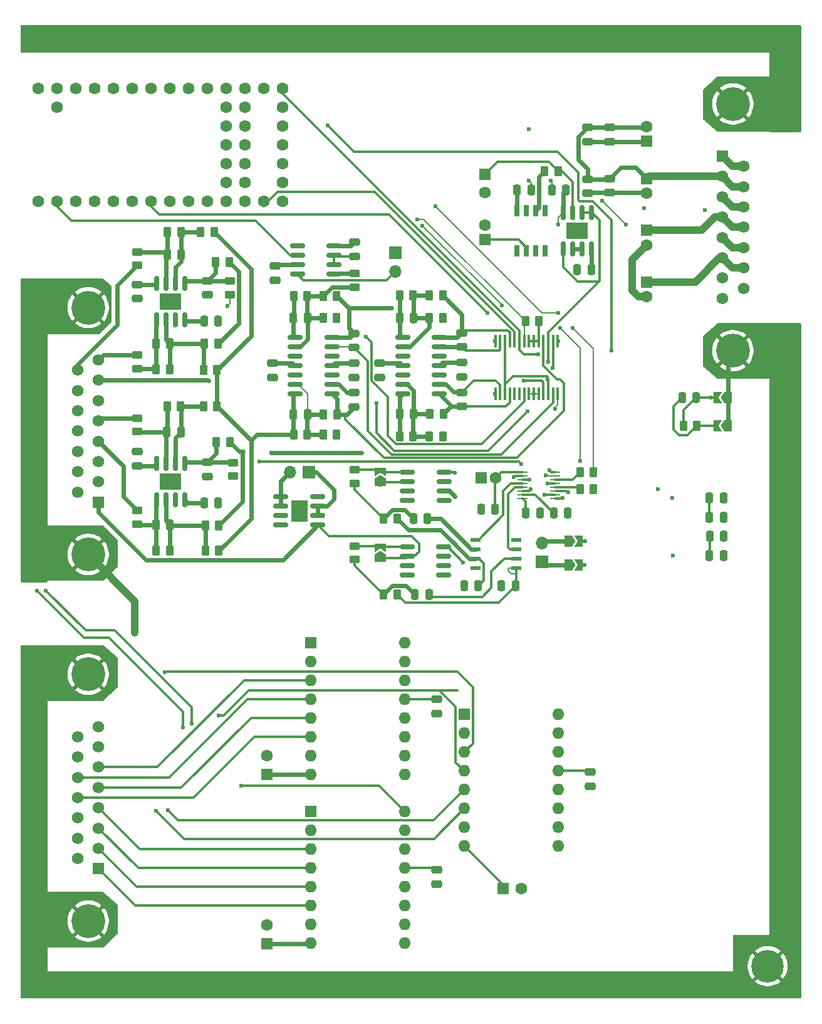
<source format=gtl>
G04 #@! TF.GenerationSoftware,KiCad,Pcbnew,9.0.0*
G04 #@! TF.CreationDate,2025-04-29T18:09:41-05:00*
G04 #@! TF.ProjectId,Mainboard,4d61696e-626f-4617-9264-2e6b69636164,rev?*
G04 #@! TF.SameCoordinates,Original*
G04 #@! TF.FileFunction,Copper,L1,Top*
G04 #@! TF.FilePolarity,Positive*
%FSLAX46Y46*%
G04 Gerber Fmt 4.6, Leading zero omitted, Abs format (unit mm)*
G04 Created by KiCad (PCBNEW 9.0.0) date 2025-04-29 18:09:41*
%MOMM*%
%LPD*%
G01*
G04 APERTURE LIST*
G04 Aperture macros list*
%AMRoundRect*
0 Rectangle with rounded corners*
0 $1 Rounding radius*
0 $2 $3 $4 $5 $6 $7 $8 $9 X,Y pos of 4 corners*
0 Add a 4 corners polygon primitive as box body*
4,1,4,$2,$3,$4,$5,$6,$7,$8,$9,$2,$3,0*
0 Add four circle primitives for the rounded corners*
1,1,$1+$1,$2,$3*
1,1,$1+$1,$4,$5*
1,1,$1+$1,$6,$7*
1,1,$1+$1,$8,$9*
0 Add four rect primitives between the rounded corners*
20,1,$1+$1,$2,$3,$4,$5,0*
20,1,$1+$1,$4,$5,$6,$7,0*
20,1,$1+$1,$6,$7,$8,$9,0*
20,1,$1+$1,$8,$9,$2,$3,0*%
%AMFreePoly0*
4,1,6,0.500000,-0.750000,-0.650000,-0.750000,-0.150000,0.000000,-0.650000,0.750000,0.500000,0.750000,0.500000,-0.750000,0.500000,-0.750000,$1*%
%AMFreePoly1*
4,1,6,1.000000,0.000000,0.500000,-0.750000,-0.500000,-0.750000,-0.500000,0.750000,0.500000,0.750000,1.000000,0.000000,1.000000,0.000000,$1*%
G04 Aperture macros list end*
G04 #@! TA.AperFunction,ComponentPad*
%ADD10R,1.700000X1.700000*%
G04 #@! TD*
G04 #@! TA.AperFunction,ComponentPad*
%ADD11O,1.700000X1.700000*%
G04 #@! TD*
G04 #@! TA.AperFunction,ComponentPad*
%ADD12O,1.600000X1.600000*%
G04 #@! TD*
G04 #@! TA.AperFunction,ComponentPad*
%ADD13R,1.600000X1.600000*%
G04 #@! TD*
G04 #@! TA.AperFunction,SMDPad,CuDef*
%ADD14RoundRect,0.250000X0.475000X-0.250000X0.475000X0.250000X-0.475000X0.250000X-0.475000X-0.250000X0*%
G04 #@! TD*
G04 #@! TA.AperFunction,ComponentPad*
%ADD15C,1.600000*%
G04 #@! TD*
G04 #@! TA.AperFunction,SMDPad,CuDef*
%ADD16RoundRect,0.250000X-0.250000X-0.475000X0.250000X-0.475000X0.250000X0.475000X-0.250000X0.475000X0*%
G04 #@! TD*
G04 #@! TA.AperFunction,ComponentPad*
%ADD17C,0.700000*%
G04 #@! TD*
G04 #@! TA.AperFunction,ComponentPad*
%ADD18C,4.400000*%
G04 #@! TD*
G04 #@! TA.AperFunction,HeatsinkPad*
%ADD19C,0.500000*%
G04 #@! TD*
G04 #@! TA.AperFunction,HeatsinkPad*
%ADD20R,3.000000X2.290000*%
G04 #@! TD*
G04 #@! TA.AperFunction,SMDPad,CuDef*
%ADD21RoundRect,0.150000X0.150000X-0.825000X0.150000X0.825000X-0.150000X0.825000X-0.150000X-0.825000X0*%
G04 #@! TD*
G04 #@! TA.AperFunction,SMDPad,CuDef*
%ADD22RoundRect,0.250000X0.262500X0.450000X-0.262500X0.450000X-0.262500X-0.450000X0.262500X-0.450000X0*%
G04 #@! TD*
G04 #@! TA.AperFunction,SMDPad,CuDef*
%ADD23RoundRect,0.150000X-0.825000X-0.150000X0.825000X-0.150000X0.825000X0.150000X-0.825000X0.150000X0*%
G04 #@! TD*
G04 #@! TA.AperFunction,SMDPad,CuDef*
%ADD24RoundRect,0.250000X0.450000X-0.262500X0.450000X0.262500X-0.450000X0.262500X-0.450000X-0.262500X0*%
G04 #@! TD*
G04 #@! TA.AperFunction,SMDPad,CuDef*
%ADD25FreePoly0,180.000000*%
G04 #@! TD*
G04 #@! TA.AperFunction,SMDPad,CuDef*
%ADD26FreePoly1,180.000000*%
G04 #@! TD*
G04 #@! TA.AperFunction,SMDPad,CuDef*
%ADD27RoundRect,0.250000X-0.262500X-0.450000X0.262500X-0.450000X0.262500X0.450000X-0.262500X0.450000X0*%
G04 #@! TD*
G04 #@! TA.AperFunction,SMDPad,CuDef*
%ADD28RoundRect,0.250000X0.250000X0.475000X-0.250000X0.475000X-0.250000X-0.475000X0.250000X-0.475000X0*%
G04 #@! TD*
G04 #@! TA.AperFunction,SMDPad,CuDef*
%ADD29RoundRect,0.250000X-0.475000X0.250000X-0.475000X-0.250000X0.475000X-0.250000X0.475000X0.250000X0*%
G04 #@! TD*
G04 #@! TA.AperFunction,SMDPad,CuDef*
%ADD30RoundRect,0.150000X-0.150000X0.825000X-0.150000X-0.825000X0.150000X-0.825000X0.150000X0.825000X0*%
G04 #@! TD*
G04 #@! TA.AperFunction,SMDPad,CuDef*
%ADD31RoundRect,0.150000X0.825000X0.150000X-0.825000X0.150000X-0.825000X-0.150000X0.825000X-0.150000X0*%
G04 #@! TD*
G04 #@! TA.AperFunction,SMDPad,CuDef*
%ADD32RoundRect,0.250000X-0.450000X0.262500X-0.450000X-0.262500X0.450000X-0.262500X0.450000X0.262500X0*%
G04 #@! TD*
G04 #@! TA.AperFunction,ComponentPad*
%ADD33C,4.572000*%
G04 #@! TD*
G04 #@! TA.AperFunction,ComponentPad*
%ADD34C,1.561000*%
G04 #@! TD*
G04 #@! TA.AperFunction,ComponentPad*
%ADD35R,1.561000X1.561000*%
G04 #@! TD*
G04 #@! TA.AperFunction,SMDPad,CuDef*
%ADD36R,0.650000X1.528000*%
G04 #@! TD*
G04 #@! TA.AperFunction,SMDPad,CuDef*
%ADD37FreePoly0,90.000000*%
G04 #@! TD*
G04 #@! TA.AperFunction,SMDPad,CuDef*
%ADD38FreePoly1,90.000000*%
G04 #@! TD*
G04 #@! TA.AperFunction,SMDPad,CuDef*
%ADD39R,1.460500X0.533400*%
G04 #@! TD*
G04 #@! TA.AperFunction,SMDPad,CuDef*
%ADD40R,0.450000X1.800000*%
G04 #@! TD*
G04 #@! TA.AperFunction,SMDPad,CuDef*
%ADD41R,1.333500X0.279400*%
G04 #@! TD*
G04 #@! TA.AperFunction,SMDPad,CuDef*
%ADD42FreePoly0,0.000000*%
G04 #@! TD*
G04 #@! TA.AperFunction,SMDPad,CuDef*
%ADD43FreePoly1,0.000000*%
G04 #@! TD*
G04 #@! TA.AperFunction,HeatsinkPad*
%ADD44R,2.290000X3.000000*%
G04 #@! TD*
G04 #@! TA.AperFunction,ViaPad*
%ADD45C,0.600000*%
G04 #@! TD*
G04 #@! TA.AperFunction,Conductor*
%ADD46C,0.300000*%
G04 #@! TD*
G04 #@! TA.AperFunction,Conductor*
%ADD47C,0.600000*%
G04 #@! TD*
G04 #@! TA.AperFunction,Conductor*
%ADD48C,0.200000*%
G04 #@! TD*
G04 #@! TA.AperFunction,Conductor*
%ADD49C,1.000000*%
G04 #@! TD*
G04 APERTURE END LIST*
D10*
G04 #@! TO.P,J6,1,Pin_1*
G04 #@! TO.N,GND*
X170000000Y-58525000D03*
D11*
G04 #@! TO.P,J6,2,Pin_2*
G04 #@! TO.N,/BIAS_MOD*
X170000000Y-61065000D03*
G04 #@! TD*
D12*
G04 #@! TO.P,A1,16,DIR*
G04 #@! TO.N,/StepperDrivers/DIR_1*
X192035000Y-120835000D03*
G04 #@! TO.P,A1,15,STEP*
G04 #@! TO.N,/StepperDrivers/STEP_1*
X192035000Y-123375000D03*
G04 #@! TO.P,A1,14,~{SLEEP}*
G04 #@! TO.N,+3V3*
X192035000Y-125915000D03*
G04 #@! TO.P,A1,13,~{RESET}*
X192035000Y-128455000D03*
G04 #@! TO.P,A1,12,MS3*
G04 #@! TO.N,unconnected-(A1-MS3-Pad12)*
X192035000Y-130995000D03*
G04 #@! TO.P,A1,11,MS2*
G04 #@! TO.N,unconnected-(A1-MS2-Pad11)*
X192035000Y-133535000D03*
G04 #@! TO.P,A1,10,MS1*
G04 #@! TO.N,unconnected-(A1-MS1-Pad10)*
X192035000Y-136075000D03*
G04 #@! TO.P,A1,9,~{ENABLE}*
G04 #@! TO.N,GND*
X192035000Y-138615000D03*
G04 #@! TO.P,A1,8,VMOT*
G04 #@! TO.N,+5V*
X179335000Y-138615000D03*
G04 #@! TO.P,A1,7,GND*
G04 #@! TO.N,GND*
X179335000Y-136075000D03*
G04 #@! TO.P,A1,6,2B*
G04 #@! TO.N,/2B_1*
X179335000Y-133535000D03*
G04 #@! TO.P,A1,5,2A*
G04 #@! TO.N,/2A_1*
X179335000Y-130995000D03*
G04 #@! TO.P,A1,4,1A*
G04 #@! TO.N,/1A_1*
X179335000Y-128455000D03*
G04 #@! TO.P,A1,3,1B*
G04 #@! TO.N,/1B_1*
X179335000Y-125915000D03*
G04 #@! TO.P,A1,2,VDD*
G04 #@! TO.N,+3V3*
X179335000Y-123375000D03*
D13*
G04 #@! TO.P,A1,1,GND*
G04 #@! TO.N,GND*
X179335000Y-120835000D03*
G04 #@! TD*
D14*
G04 #@! TO.P,C38,2*
G04 #@! TO.N,+3V3*
X196335000Y-128642000D03*
G04 #@! TO.P,C38,1*
G04 #@! TO.N,GND*
X196335000Y-130542000D03*
G04 #@! TD*
D15*
G04 #@! TO.P,C80,2*
G04 #@! TO.N,GND*
X187050000Y-144375000D03*
D13*
G04 #@! TO.P,C80,1*
G04 #@! TO.N,+5V*
X184550000Y-144375000D03*
G04 #@! TD*
D16*
G04 #@! TO.P,C45,1*
G04 #@! TO.N,GND*
X191155000Y-50025000D03*
G04 #@! TO.P,C45,2*
G04 #@! TO.N,-15V*
X193055000Y-50025000D03*
G04 #@! TD*
D17*
G04 #@! TO.P,H1,1,1*
G04 #@! TO.N,Shield*
X218683274Y-154833274D03*
X219166548Y-153666548D03*
X219166548Y-156000000D03*
X220333274Y-153183274D03*
D18*
X220333274Y-154833274D03*
D17*
X220333274Y-156483274D03*
X221500000Y-153666548D03*
X221500000Y-156000000D03*
X221983274Y-154833274D03*
G04 #@! TD*
D19*
G04 #@! TO.P,U3,9*
G04 #@! TO.N,N/C*
X140627000Y-88750000D03*
X139627000Y-88750000D03*
X138627000Y-88750000D03*
D20*
X139627000Y-89400000D03*
D19*
X140627000Y-90050000D03*
X139627000Y-90050000D03*
X138627000Y-90050000D03*
D21*
G04 #@! TO.P,U3,8,V+*
G04 #@! TO.N,+15V*
X137722000Y-86925000D03*
G04 #@! TO.P,U3,7*
G04 #@! TO.N,Net-(C11-Pad2)*
X138992000Y-86925000D03*
G04 #@! TO.P,U3,6,-*
G04 #@! TO.N,Net-(U3B--)*
X140262000Y-86925000D03*
G04 #@! TO.P,U3,5,+*
G04 #@! TO.N,Net-(U3B-+)*
X141532000Y-86925000D03*
G04 #@! TO.P,U3,4,V-*
G04 #@! TO.N,-15V*
X141532000Y-91875000D03*
G04 #@! TO.P,U3,3,+*
G04 #@! TO.N,GND*
X140262000Y-91875000D03*
G04 #@! TO.P,U3,2,-*
G04 #@! TO.N,Net-(U3A--)*
X138992000Y-91875000D03*
G04 #@! TO.P,U3,1*
G04 #@! TO.N,Net-(C10-Pad2)*
X137722000Y-91875000D03*
G04 #@! TD*
D22*
G04 #@! TO.P,R51,2*
G04 #@! TO.N,/Z*
X156292500Y-83061000D03*
G04 #@! TO.P,R51,1*
G04 #@! TO.N,Net-(U5B--)*
X158117500Y-83061000D03*
G04 #@! TD*
D23*
G04 #@! TO.P,U12,8*
G04 #@! TO.N,/AIN-*
X176570000Y-98250000D03*
G04 #@! TO.P,U12,7,V-*
G04 #@! TO.N,-15V*
X176570000Y-99520000D03*
G04 #@! TO.P,U12,6*
G04 #@! TO.N,Net-(U11-Pad6)*
X176570000Y-100790000D03*
G04 #@! TO.P,U12,5,VL*
G04 #@! TO.N,+5V*
X176570000Y-102060000D03*
G04 #@! TO.P,U12,4,V+*
G04 #@! TO.N,+15V*
X171620000Y-102060000D03*
G04 #@! TO.P,U12,3,GND*
G04 #@! TO.N,GND*
X171620000Y-100790000D03*
G04 #@! TO.P,U12,2*
G04 #@! TO.N,/T_Amp-*
X171620000Y-99520000D03*
G04 #@! TO.P,U12,1*
G04 #@! TO.N,Net-(JP31-Pad2)*
X171620000Y-98250000D03*
G04 #@! TD*
D24*
G04 #@! TO.P,R34,2*
G04 #@! TO.N,Net-(U4B-+)*
X147627000Y-62337500D03*
G04 #@! TO.P,R34,1*
G04 #@! TO.N,GND*
X147627000Y-64162500D03*
G04 #@! TD*
D25*
G04 #@! TO.P,JP12,2,2*
G04 #@! TO.N,Net-(C39-Pad1)*
X213550000Y-81912500D03*
D26*
G04 #@! TO.P,JP12,1,1*
G04 #@! TO.N,Shield*
X215000000Y-81912500D03*
G04 #@! TD*
D16*
G04 #@! TO.P,C36,2*
G04 #@! TO.N,Net-(U8-VDDLBYP)*
X183500100Y-93155000D03*
G04 #@! TO.P,C36,1*
G04 #@! TO.N,GND*
X181600100Y-93155000D03*
G04 #@! TD*
D22*
G04 #@! TO.P,R54,2*
G04 #@! TO.N,Net-(U6B--)*
X174587500Y-83281000D03*
G04 #@! TO.P,R54,1*
G04 #@! TO.N,/DAC/Buff_Out*
X176412500Y-83281000D03*
G04 #@! TD*
G04 #@! TO.P,R25,2*
G04 #@! TO.N,Net-(C11-Pad2)*
X139164500Y-79250000D03*
G04 #@! TO.P,R25,1*
G04 #@! TO.N,Net-(U3B--)*
X140989500Y-79250000D03*
G04 #@! TD*
G04 #@! TO.P,R33,2*
G04 #@! TO.N,Net-(U4B-+)*
X145714500Y-59750000D03*
G04 #@! TO.P,R33,1*
G04 #@! TO.N,/Y*
X147539500Y-59750000D03*
G04 #@! TD*
D27*
G04 #@! TO.P,R39,2*
G04 #@! TO.N,+5V*
X189412500Y-67750000D03*
G04 #@! TO.P,R39,1*
G04 #@! TO.N,/CS_DAC*
X187587500Y-67750000D03*
G04 #@! TD*
D16*
G04 #@! TO.P,C39,2*
G04 #@! TO.N,GND*
X210657500Y-78062500D03*
G04 #@! TO.P,C39,1*
G04 #@! TO.N,Net-(C39-Pad1)*
X208757500Y-78062500D03*
G04 #@! TD*
D28*
G04 #@! TO.P,C15,2*
G04 #@! TO.N,Net-(C15-Pad2)*
X139177000Y-58750000D03*
G04 #@! TO.P,C15,1*
G04 #@! TO.N,Net-(U4B--)*
X141077000Y-58750000D03*
G04 #@! TD*
D15*
G04 #@! TO.P,C85,2*
G04 #@! TO.N,GND*
X182100000Y-50400000D03*
D13*
G04 #@! TO.P,C85,1*
G04 #@! TO.N,Net-(U2A-+)*
X182100000Y-47900000D03*
G04 #@! TD*
D29*
G04 #@! TO.P,C42,2*
G04 #@! TO.N,GND*
X153412500Y-75311000D03*
G04 #@! TO.P,C42,1*
G04 #@! TO.N,+15V*
X153412500Y-73411000D03*
G04 #@! TD*
D28*
G04 #@! TO.P,C14,2*
G04 #@! TO.N,Net-(C14-Pad2)*
X137677000Y-70750000D03*
G04 #@! TO.P,C14,1*
G04 #@! TO.N,Net-(U4A--)*
X139577000Y-70750000D03*
G04 #@! TD*
D14*
G04 #@! TO.P,C23,2*
G04 #@! TO.N,/DAC/RFBD*
X164455000Y-69411000D03*
G04 #@! TO.P,C23,1*
G04 #@! TO.N,/DAC/IOUTD*
X164455000Y-71311000D03*
G04 #@! TD*
D27*
G04 #@! TO.P,R30,2*
G04 #@! TO.N,Net-(C39-Pad1)*
X210762500Y-81912500D03*
G04 #@! TO.P,R30,1*
G04 #@! TO.N,GND*
X208937500Y-81912500D03*
G04 #@! TD*
D29*
G04 #@! TO.P,C123,2*
G04 #@! TO.N,+15V*
X199000000Y-50400000D03*
G04 #@! TO.P,C123,1*
G04 #@! TO.N,GND*
X199000000Y-48500000D03*
G04 #@! TD*
D22*
G04 #@! TO.P,R60,2*
G04 #@! TO.N,Net-(U8-SDO)*
X194966400Y-88153700D03*
G04 #@! TO.P,R60,1*
G04 #@! TO.N,/MISO_ADC*
X196791400Y-88153700D03*
G04 #@! TD*
D23*
G04 #@! TO.P,U6,14*
G04 #@! TO.N,/DAC/RFBB*
X175950000Y-69931000D03*
G04 #@! TO.P,U6,13,-*
G04 #@! TO.N,/DAC/IOUTB*
X175950000Y-71201000D03*
G04 #@! TO.P,U6,12,+*
G04 #@! TO.N,GND*
X175950000Y-72471000D03*
G04 #@! TO.P,U6,11,V-*
G04 #@! TO.N,-15V*
X175950000Y-73741000D03*
G04 #@! TO.P,U6,10,+*
G04 #@! TO.N,GND*
X175950000Y-75011000D03*
G04 #@! TO.P,U6,9,-*
G04 #@! TO.N,/DAC/IOUTC*
X175950000Y-76281000D03*
G04 #@! TO.P,U6,8*
G04 #@! TO.N,/DAC/RFBC*
X175950000Y-77551000D03*
G04 #@! TO.P,U6,7*
G04 #@! TO.N,/X*
X171000000Y-77551000D03*
G04 #@! TO.P,U6,6,-*
G04 #@! TO.N,Net-(U6B--)*
X171000000Y-76281000D03*
G04 #@! TO.P,U6,5,+*
G04 #@! TO.N,GND*
X171000000Y-75011000D03*
G04 #@! TO.P,U6,4,V+*
G04 #@! TO.N,+15V*
X171000000Y-73741000D03*
G04 #@! TO.P,U6,3,+*
G04 #@! TO.N,GND*
X171000000Y-72471000D03*
G04 #@! TO.P,U6,2,-*
G04 #@! TO.N,Net-(U6A--)*
X171000000Y-71201000D03*
G04 #@! TO.P,U6,1*
G04 #@! TO.N,/Y*
X171000000Y-69931000D03*
G04 #@! TD*
D19*
G04 #@! TO.P,U2,9*
G04 #@! TO.N,N/C*
X193605000Y-56175000D03*
X194605000Y-56175000D03*
X195605000Y-56175000D03*
D20*
X194605000Y-55525000D03*
D19*
X193605000Y-54875000D03*
X194605000Y-54875000D03*
X195605000Y-54875000D03*
D30*
G04 #@! TO.P,U2,8,V+*
G04 #@! TO.N,+15V*
X196510000Y-58000000D03*
G04 #@! TO.P,U2,7*
G04 #@! TO.N,/DAC/Buff_Out*
X195240000Y-58000000D03*
G04 #@! TO.P,U2,6,-*
X193970000Y-58000000D03*
G04 #@! TO.P,U2,5,+*
G04 #@! TO.N,/DAC/10V_REF*
X192700000Y-58000000D03*
G04 #@! TO.P,U2,4,V-*
G04 #@! TO.N,-15V*
X192700000Y-53050000D03*
G04 #@! TO.P,U2,3,+*
G04 #@! TO.N,Net-(U2A-+)*
X193970000Y-53050000D03*
G04 #@! TO.P,U2,2,-*
G04 #@! TO.N,/DAC/10V_REF*
X195240000Y-53050000D03*
G04 #@! TO.P,U2,1*
X196510000Y-53050000D03*
G04 #@! TD*
D24*
G04 #@! TO.P,R58,2*
G04 #@! TO.N,Net-(R58-Pad2)*
X164500000Y-61337500D03*
G04 #@! TO.P,R58,1*
G04 #@! TO.N,Net-(U5A--)*
X164500000Y-63162500D03*
G04 #@! TD*
D16*
G04 #@! TO.P,C134,2*
G04 #@! TO.N,GND*
X214350000Y-99400000D03*
G04 #@! TO.P,C134,1*
G04 #@! TO.N,+3V3*
X212450000Y-99400000D03*
G04 #@! TD*
D28*
G04 #@! TO.P,C44,2*
G04 #@! TO.N,GND*
X194605000Y-60775000D03*
G04 #@! TO.P,C44,1*
G04 #@! TO.N,+15V*
X196505000Y-60775000D03*
G04 #@! TD*
D27*
G04 #@! TO.P,R61,2*
G04 #@! TO.N,Net-(U9-+INA)*
X170257500Y-94405000D03*
G04 #@! TO.P,R61,1*
G04 #@! TO.N,Net-(C29-Pad1)*
X168432500Y-94405000D03*
G04 #@! TD*
D31*
G04 #@! TO.P,U7,8*
G04 #@! TO.N,/BIAS_MOD*
X156775000Y-61405000D03*
G04 #@! TO.P,U7,7,V-*
G04 #@! TO.N,-15V*
X156775000Y-60135000D03*
G04 #@! TO.P,U7,6*
G04 #@! TO.N,/BIAS_MOD_EN*
X156775000Y-58865000D03*
G04 #@! TO.P,U7,5,VL*
G04 #@! TO.N,+5V*
X156775000Y-57595000D03*
G04 #@! TO.P,U7,4,V+*
G04 #@! TO.N,+15V*
X161725000Y-57595000D03*
G04 #@! TO.P,U7,3,GND*
G04 #@! TO.N,GND*
X161725000Y-58865000D03*
G04 #@! TO.P,U7,2*
X161725000Y-60135000D03*
G04 #@! TO.P,U7,1*
G04 #@! TO.N,Net-(R58-Pad2)*
X161725000Y-61405000D03*
G04 #@! TD*
D24*
G04 #@! TO.P,R27,2*
G04 #@! TO.N,Net-(U3B-+)*
X148127000Y-86837500D03*
G04 #@! TO.P,R27,1*
G04 #@! TO.N,GND*
X148127000Y-88662500D03*
G04 #@! TD*
D32*
G04 #@! TO.P,R59,2*
G04 #@! TO.N,Net-(C29-Pad1)*
X164500000Y-89662500D03*
G04 #@! TO.P,R59,1*
G04 #@! TO.N,Net-(JP30-Pad2)*
X164500000Y-87837500D03*
G04 #@! TD*
D29*
G04 #@! TO.P,C22,2*
G04 #@! TO.N,/DAC/RFBC*
X179000000Y-79281000D03*
G04 #@! TO.P,C22,1*
G04 #@! TO.N,/DAC/IOUTC*
X179000000Y-77381000D03*
G04 #@! TD*
D14*
G04 #@! TO.P,C13,2*
G04 #@! TO.N,Net-(U4B-+)*
X144627000Y-62300000D03*
G04 #@! TO.P,C13,1*
G04 #@! TO.N,GND*
X144627000Y-64200000D03*
G04 #@! TD*
D11*
G04 #@! TO.P,J5,2,Pin_2*
G04 #@! TO.N,/AIN+*
X189800000Y-97735000D03*
D10*
G04 #@! TO.P,J5,1,Pin_1*
G04 #@! TO.N,/AIN-*
X189800000Y-100275000D03*
G04 #@! TD*
D22*
G04 #@! TO.P,R36,2*
G04 #@! TO.N,Net-(C15-Pad2)*
X139214500Y-55750000D03*
G04 #@! TO.P,R36,1*
G04 #@! TO.N,Net-(U4B--)*
X141039500Y-55750000D03*
G04 #@! TD*
D12*
G04 #@! TO.P,A2,16,DIR*
G04 #@! TO.N,/StepperDrivers/DIR_2*
X171327000Y-111124000D03*
G04 #@! TO.P,A2,15,STEP*
G04 #@! TO.N,/StepperDrivers/STEP_2*
X171327000Y-113664000D03*
G04 #@! TO.P,A2,14,~{SLEEP}*
G04 #@! TO.N,+3V3*
X171327000Y-116204000D03*
G04 #@! TO.P,A2,13,~{RESET}*
X171327000Y-118744000D03*
G04 #@! TO.P,A2,12,MS3*
G04 #@! TO.N,unconnected-(A2-MS3-Pad12)*
X171327000Y-121284000D03*
G04 #@! TO.P,A2,11,MS2*
G04 #@! TO.N,unconnected-(A2-MS2-Pad11)*
X171327000Y-123824000D03*
G04 #@! TO.P,A2,10,MS1*
G04 #@! TO.N,unconnected-(A2-MS1-Pad10)*
X171327000Y-126364000D03*
G04 #@! TO.P,A2,9,~{ENABLE}*
G04 #@! TO.N,GND*
X171327000Y-128904000D03*
G04 #@! TO.P,A2,8,VMOT*
G04 #@! TO.N,+5V*
X158627000Y-128904000D03*
G04 #@! TO.P,A2,7,GND*
G04 #@! TO.N,GND*
X158627000Y-126364000D03*
G04 #@! TO.P,A2,6,2B*
G04 #@! TO.N,/2B_2*
X158627000Y-123824000D03*
G04 #@! TO.P,A2,5,2A*
G04 #@! TO.N,/2A_2*
X158627000Y-121284000D03*
G04 #@! TO.P,A2,4,1A*
G04 #@! TO.N,/1A_2*
X158627000Y-118744000D03*
G04 #@! TO.P,A2,3,1B*
G04 #@! TO.N,/1B_2*
X158627000Y-116204000D03*
G04 #@! TO.P,A2,2,VDD*
G04 #@! TO.N,+3V3*
X158627000Y-113664000D03*
D13*
G04 #@! TO.P,A2,1,GND*
G04 #@! TO.N,GND*
X158627000Y-111124000D03*
G04 #@! TD*
D15*
G04 #@! TO.P,C78,2*
G04 #@! TO.N,+15V*
X204000000Y-50500000D03*
D13*
G04 #@! TO.P,C78,1*
G04 #@! TO.N,GND*
X204000000Y-48500000D03*
G04 #@! TD*
D15*
G04 #@! TO.P,C84,2*
G04 #@! TO.N,GND*
X182100000Y-54755100D03*
D13*
G04 #@! TO.P,C84,1*
G04 #@! TO.N,+15V*
X182100000Y-56755100D03*
G04 #@! TD*
D22*
G04 #@! TO.P,R35,2*
G04 #@! TO.N,Net-(C14-Pad2)*
X137714500Y-74250000D03*
G04 #@! TO.P,R35,1*
G04 #@! TO.N,Net-(U4A--)*
X139539500Y-74250000D03*
G04 #@! TD*
G04 #@! TO.P,R26,2*
G04 #@! TO.N,Net-(U3B-+)*
X145837500Y-84067000D03*
G04 #@! TO.P,R26,1*
G04 #@! TO.N,/X*
X147662500Y-84067000D03*
G04 #@! TD*
D28*
G04 #@! TO.P,C34,2*
G04 #@! TO.N,Net-(U8-REFIN)*
X187645000Y-93655000D03*
G04 #@! TO.P,C34,1*
G04 #@! TO.N,GND*
X189545000Y-93655000D03*
G04 #@! TD*
D22*
G04 #@! TO.P,R22,2*
G04 #@! TO.N,Net-(U3A--)*
X144337500Y-95317000D03*
G04 #@! TO.P,R22,1*
G04 #@! TO.N,/X*
X146162500Y-95317000D03*
G04 #@! TD*
D14*
G04 #@! TO.P,C41,2*
G04 #@! TO.N,-15V*
X179000000Y-73331000D03*
G04 #@! TO.P,C41,1*
G04 #@! TO.N,GND*
X179000000Y-75231000D03*
G04 #@! TD*
G04 #@! TO.P,C12,2*
G04 #@! TO.N,Net-(U3B-+)*
X144627000Y-86800000D03*
G04 #@! TO.P,C12,1*
G04 #@! TO.N,GND*
X144627000Y-88700000D03*
G04 #@! TD*
D11*
G04 #@! TO.P,J4,2,Pin_2*
G04 #@! TO.N,/IOUT+*
X155760000Y-88135000D03*
D10*
G04 #@! TO.P,J4,1,Pin_1*
G04 #@! TO.N,/IOUT-*
X158300000Y-88135000D03*
G04 #@! TD*
D28*
G04 #@! TO.P,C18,2*
G04 #@! TO.N,-15V*
X144177000Y-67750000D03*
G04 #@! TO.P,C18,1*
G04 #@! TO.N,GND*
X146077000Y-67750000D03*
G04 #@! TD*
D15*
G04 #@! TO.P,C79,2*
G04 #@! TO.N,GND*
X152623000Y-126433400D03*
D13*
G04 #@! TO.P,C79,1*
G04 #@! TO.N,+5V*
X152623000Y-128933400D03*
G04 #@! TD*
D29*
G04 #@! TO.P,C17,2*
G04 #@! TO.N,GND*
X135127000Y-64700000D03*
G04 #@! TO.P,C17,1*
G04 #@! TO.N,+15V*
X135127000Y-62800000D03*
G04 #@! TD*
D27*
G04 #@! TO.P,R63,2*
G04 #@! TO.N,Net-(U9-+INB)*
X170257500Y-104655000D03*
G04 #@! TO.P,R63,1*
G04 #@! TO.N,Net-(C31-Pad1)*
X168432500Y-104655000D03*
G04 #@! TD*
D33*
G04 #@! TO.P,J3,MH2,MH2*
G04 #@! TO.N,Shield*
X128500000Y-115416000D03*
G04 #@! TO.P,J3,MH1,MH1*
X128500000Y-148741000D03*
D34*
G04 #@! TO.P,J3,15,15*
G04 #@! TO.N,/1B_1*
X127077000Y-123849000D03*
G04 #@! TO.P,J3,14,14*
G04 #@! TO.N,/2B_1*
X127077000Y-126592000D03*
G04 #@! TO.P,J3,13,13*
G04 #@! TO.N,/1A_2*
X127077000Y-129336000D03*
G04 #@! TO.P,J3,12,12*
G04 #@! TO.N,/2B_2*
X127077000Y-132079000D03*
G04 #@! TO.P,J3,11,11*
G04 #@! TO.N,GND*
X127077000Y-134822000D03*
G04 #@! TO.P,J3,10,10*
G04 #@! TO.N,-15V*
X127077000Y-137565000D03*
G04 #@! TO.P,J3,9,9*
G04 #@! TO.N,+15V*
X127077000Y-140308000D03*
G04 #@! TO.P,J3,8,8*
G04 #@! TO.N,/1A_1*
X129922000Y-122478000D03*
G04 #@! TO.P,J3,7,7*
G04 #@! TO.N,/2A_1*
X129922000Y-125221000D03*
G04 #@! TO.P,J3,6,6*
G04 #@! TO.N,/1B_2*
X129922000Y-127964000D03*
G04 #@! TO.P,J3,5,5*
G04 #@! TO.N,/2A_2*
X129922000Y-130707000D03*
G04 #@! TO.P,J3,4,4*
G04 #@! TO.N,/1B_3*
X129922000Y-133450000D03*
G04 #@! TO.P,J3,3,3*
G04 #@! TO.N,/1A_3*
X129922000Y-136194000D03*
G04 #@! TO.P,J3,2,2*
G04 #@! TO.N,/2A_3*
X129922000Y-138937000D03*
D35*
G04 #@! TO.P,J3,1,1*
G04 #@! TO.N,/2B_3*
X129922000Y-141680000D03*
G04 #@! TD*
D24*
G04 #@! TO.P,R37,2*
G04 #@! TO.N,/Z+Y*
X135127000Y-72337500D03*
G04 #@! TO.P,R37,1*
G04 #@! TO.N,Net-(C14-Pad2)*
X135127000Y-74162500D03*
G04 #@! TD*
D15*
G04 #@! TO.P,C81,2*
G04 #@! TO.N,GND*
X204000000Y-57455100D03*
D13*
G04 #@! TO.P,C81,1*
G04 #@! TO.N,+3V3*
X204000000Y-55455100D03*
G04 #@! TD*
D29*
G04 #@! TO.P,C46,2*
G04 #@! TO.N,GND*
X164500000Y-59000000D03*
G04 #@! TO.P,C46,1*
G04 #@! TO.N,+15V*
X164500000Y-57100000D03*
G04 #@! TD*
D23*
G04 #@! TO.P,U11,8*
G04 #@! TO.N,/AIN+*
X176595000Y-88115000D03*
G04 #@! TO.P,U11,7,V-*
G04 #@! TO.N,-15V*
X176595000Y-89385000D03*
G04 #@! TO.P,U11,6*
G04 #@! TO.N,Net-(U11-Pad6)*
X176595000Y-90655000D03*
G04 #@! TO.P,U11,5,VL*
G04 #@! TO.N,+5V*
X176595000Y-91925000D03*
G04 #@! TO.P,U11,4,V+*
G04 #@! TO.N,+15V*
X171645000Y-91925000D03*
G04 #@! TO.P,U11,3,GND*
G04 #@! TO.N,GND*
X171645000Y-90655000D03*
G04 #@! TO.P,U11,2*
G04 #@! TO.N,/T_Amp+*
X171645000Y-89385000D03*
G04 #@! TO.P,U11,1*
G04 #@! TO.N,Net-(JP30-Pad2)*
X171645000Y-88115000D03*
G04 #@! TD*
D22*
G04 #@! TO.P,R29,2*
G04 #@! TO.N,Net-(U4A--)*
X144087500Y-74317000D03*
G04 #@! TO.P,R29,1*
G04 #@! TO.N,/Z*
X145912500Y-74317000D03*
G04 #@! TD*
D33*
G04 #@! TO.P,J2,MH2,MH2*
G04 #@! TO.N,Shield*
X128500000Y-65916000D03*
G04 #@! TO.P,J2,MH1,MH1*
X128500000Y-99241000D03*
D34*
G04 #@! TO.P,J2,15,15*
G04 #@! TO.N,/Z-Y*
X127077000Y-74349000D03*
G04 #@! TO.P,J2,14,14*
G04 #@! TO.N,GND*
X127077000Y-77092000D03*
G04 #@! TO.P,J2,13,13*
X127077000Y-79836000D03*
G04 #@! TO.P,J2,12,12*
X127077000Y-82579000D03*
G04 #@! TO.P,J2,11,11*
X127077000Y-85322000D03*
G04 #@! TO.P,J2,10,10*
X127077000Y-88065000D03*
G04 #@! TO.P,J2,9,9*
X127077000Y-90808000D03*
G04 #@! TO.P,J2,8,8*
G04 #@! TO.N,/Z+Y*
X129922000Y-72978000D03*
G04 #@! TO.P,J2,7,7*
G04 #@! TO.N,/Connectors/BIAS*
X129922000Y-75721000D03*
G04 #@! TO.P,J2,6,6*
G04 #@! TO.N,GND*
X129922000Y-78464000D03*
G04 #@! TO.P,J2,5,5*
G04 #@! TO.N,/Z-X*
X129922000Y-81207000D03*
G04 #@! TO.P,J2,4,4*
G04 #@! TO.N,/Z+X*
X129922000Y-83950000D03*
G04 #@! TO.P,J2,3,3*
G04 #@! TO.N,GND*
X129922000Y-86694000D03*
G04 #@! TO.P,J2,2,2*
G04 #@! TO.N,/T_Amp+*
X129922000Y-89437000D03*
D35*
G04 #@! TO.P,J2,1,1*
G04 #@! TO.N,/T_Amp-*
X129922000Y-92180000D03*
G04 #@! TD*
D15*
G04 #@! TO.P,C77,2*
G04 #@! TO.N,GND*
X204000000Y-41455100D03*
D13*
G04 #@! TO.P,C77,1*
G04 #@! TO.N,-15V*
X204000000Y-43455100D03*
G04 #@! TD*
D28*
G04 #@! TO.P,C10,2*
G04 #@! TO.N,Net-(C10-Pad2)*
X137677000Y-95250000D03*
G04 #@! TO.P,C10,1*
G04 #@! TO.N,Net-(U3A--)*
X139577000Y-95250000D03*
G04 #@! TD*
D22*
G04 #@! TO.P,R52,2*
G04 #@! TO.N,Net-(U6A--)*
X174587500Y-67281000D03*
G04 #@! TO.P,R52,1*
G04 #@! TO.N,/DAC/Buff_Out*
X176412500Y-67281000D03*
G04 #@! TD*
D15*
G04 #@! TO.P,C83,2*
G04 #@! TO.N,GND*
X152623000Y-149274000D03*
D13*
G04 #@! TO.P,C83,1*
G04 #@! TO.N,+5V*
X152623000Y-151774000D03*
G04 #@! TD*
D14*
G04 #@! TO.P,C43,2*
G04 #@! TO.N,-15V*
X164455000Y-73411000D03*
G04 #@! TO.P,C43,1*
G04 #@! TO.N,GND*
X164455000Y-75311000D03*
G04 #@! TD*
D23*
G04 #@! TO.P,U5,14*
G04 #@! TO.N,/DAC/RFBD*
X161430000Y-69961000D03*
G04 #@! TO.P,U5,13,-*
G04 #@! TO.N,/DAC/IOUTD*
X161430000Y-71231000D03*
G04 #@! TO.P,U5,12,+*
G04 #@! TO.N,GND*
X161430000Y-72501000D03*
G04 #@! TO.P,U5,11,V-*
G04 #@! TO.N,-15V*
X161430000Y-73771000D03*
G04 #@! TO.P,U5,10,+*
G04 #@! TO.N,GND*
X161430000Y-75041000D03*
G04 #@! TO.P,U5,9,-*
G04 #@! TO.N,/DAC/IOUTA*
X161430000Y-76311000D03*
G04 #@! TO.P,U5,8*
G04 #@! TO.N,/DAC/RFBA*
X161430000Y-77581000D03*
G04 #@! TO.P,U5,7*
G04 #@! TO.N,/Z*
X156480000Y-77581000D03*
G04 #@! TO.P,U5,6,-*
G04 #@! TO.N,Net-(U5B--)*
X156480000Y-76311000D03*
G04 #@! TO.P,U5,5,+*
G04 #@! TO.N,GND*
X156480000Y-75041000D03*
G04 #@! TO.P,U5,4,V+*
G04 #@! TO.N,+15V*
X156480000Y-73771000D03*
G04 #@! TO.P,U5,3,+*
G04 #@! TO.N,GND*
X156480000Y-72501000D03*
G04 #@! TO.P,U5,2,-*
G04 #@! TO.N,Net-(U5A--)*
X156480000Y-71231000D03*
G04 #@! TO.P,U5,1*
G04 #@! TO.N,/Connectors/BIAS*
X156480000Y-69961000D03*
G04 #@! TD*
D28*
G04 #@! TO.P,C25,2*
G04 #@! TO.N,/Y*
X170600000Y-67281000D03*
G04 #@! TO.P,C25,1*
G04 #@! TO.N,Net-(U6A--)*
X172500000Y-67281000D03*
G04 #@! TD*
D36*
G04 #@! TO.P,IC1,8,NOISE_REDUCTION*
G04 #@! TO.N,Net-(IC1-NOISE_REDUCTION)*
X186450000Y-52814000D03*
G04 #@! TO.P,IC1,7,NC_3*
G04 #@! TO.N,unconnected-(IC1-NC_3-Pad7)*
X187720000Y-52814000D03*
G04 #@! TO.P,IC1,6,VOUT*
G04 #@! TO.N,Net-(IC1-VOUT)*
X188990000Y-52814000D03*
G04 #@! TO.P,IC1,5,TRIM*
G04 #@! TO.N,unconnected-(IC1-TRIM-Pad5)*
X190260000Y-52814000D03*
G04 #@! TO.P,IC1,4,COM*
G04 #@! TO.N,GND*
X190260000Y-58236000D03*
G04 #@! TO.P,IC1,3,NC_2*
G04 #@! TO.N,unconnected-(IC1-NC_2-Pad3)*
X188990000Y-58236000D03*
G04 #@! TO.P,IC1,2,V+*
G04 #@! TO.N,+15V*
X187720000Y-58236000D03*
G04 #@! TO.P,IC1,1,NC_1*
G04 #@! TO.N,unconnected-(IC1-NC_1-Pad1)*
X186450000Y-58236000D03*
G04 #@! TD*
D29*
G04 #@! TO.P,C16,2*
G04 #@! TO.N,/DAC/RFBA*
X164455000Y-79311000D03*
G04 #@! TO.P,C16,1*
G04 #@! TO.N,/DAC/IOUTA*
X164455000Y-77411000D03*
G04 #@! TD*
D24*
G04 #@! TO.P,R24,2*
G04 #@! TO.N,/Z-X*
X135127000Y-80837500D03*
G04 #@! TO.P,R24,1*
G04 #@! TO.N,Net-(C11-Pad2)*
X135127000Y-82662500D03*
G04 #@! TD*
D14*
G04 #@! TO.P,C20,2*
G04 #@! TO.N,GND*
X135127000Y-85350000D03*
G04 #@! TO.P,C20,1*
G04 #@! TO.N,+15V*
X135127000Y-87250000D03*
G04 #@! TD*
D28*
G04 #@! TO.P,C131,2*
G04 #@! TO.N,+5V*
X212450000Y-94200000D03*
G04 #@! TO.P,C131,1*
G04 #@! TO.N,GND*
X214350000Y-94200000D03*
G04 #@! TD*
D37*
G04 #@! TO.P,JP30,2,2*
G04 #@! TO.N,Net-(JP30-Pad2)*
X168000000Y-88025000D03*
D38*
G04 #@! TO.P,JP30,1,1*
G04 #@! TO.N,/T_Amp+*
X168000000Y-89475000D03*
G04 #@! TD*
D14*
G04 #@! TO.P,C28,2*
G04 #@! TO.N,+3V3*
X175627000Y-118824000D03*
G04 #@! TO.P,C28,1*
G04 #@! TO.N,GND*
X175627000Y-120724000D03*
G04 #@! TD*
D32*
G04 #@! TO.P,R38,2*
G04 #@! TO.N,/Z-Y*
X135127000Y-60229500D03*
G04 #@! TO.P,R38,1*
G04 #@! TO.N,Net-(C15-Pad2)*
X135127000Y-58404500D03*
G04 #@! TD*
D15*
G04 #@! TO.P,C82,2*
G04 #@! TO.N,GND*
X204000000Y-64455100D03*
D13*
G04 #@! TO.P,C82,1*
G04 #@! TO.N,+5V*
X204000000Y-62455100D03*
G04 #@! TD*
D22*
G04 #@! TO.P,R56,2*
G04 #@! TO.N,Net-(U5A--)*
X160267500Y-67331000D03*
G04 #@! TO.P,R56,1*
G04 #@! TO.N,/DAC/Buff_Out*
X162092500Y-67331000D03*
G04 #@! TD*
G04 #@! TO.P,R53,2*
G04 #@! TO.N,/Y*
X170587500Y-64281000D03*
G04 #@! TO.P,R53,1*
G04 #@! TO.N,Net-(U6A--)*
X172412500Y-64281000D03*
G04 #@! TD*
D14*
G04 #@! TO.P,C122,2*
G04 #@! TO.N,GND*
X199000000Y-41600000D03*
G04 #@! TO.P,C122,1*
G04 #@! TO.N,-15V*
X199000000Y-43500000D03*
G04 #@! TD*
D22*
G04 #@! TO.P,R31,2*
G04 #@! TO.N,Net-(U4A--)*
X144214500Y-70817000D03*
G04 #@! TO.P,R31,1*
G04 #@! TO.N,/Y*
X146039500Y-70817000D03*
G04 #@! TD*
D37*
G04 #@! TO.P,JP31,2,2*
G04 #@! TO.N,Net-(JP31-Pad2)*
X168000000Y-98275000D03*
D38*
G04 #@! TO.P,JP31,1,1*
G04 #@! TO.N,/T_Amp-*
X168000000Y-99725000D03*
G04 #@! TD*
D39*
G04 #@! TO.P,U9,8,V+*
G04 #@! TO.N,+15V*
X186319150Y-97250000D03*
G04 #@! TO.P,U9,7,OUTB*
G04 #@! TO.N,/ADC/OUTB*
X186319150Y-98520000D03*
G04 #@! TO.P,U9,6,-INB*
G04 #@! TO.N,Net-(U9--INB)*
X186319150Y-99790000D03*
G04 #@! TO.P,U9,5,+INB*
G04 #@! TO.N,Net-(U9-+INB)*
X186319150Y-101060000D03*
G04 #@! TO.P,U9,4,V-*
G04 #@! TO.N,-15V*
X180870850Y-101060000D03*
G04 #@! TO.P,U9,3,+INA*
G04 #@! TO.N,Net-(U9-+INA)*
X180870850Y-99790000D03*
G04 #@! TO.P,U9,2,-INA*
G04 #@! TO.N,Net-(U9--INA)*
X180870850Y-98520000D03*
G04 #@! TO.P,U9,1,OUTA*
G04 #@! TO.N,/ADC/OUTA*
X180870850Y-97250000D03*
G04 #@! TD*
D16*
G04 #@! TO.P,C130,2*
G04 #@! TO.N,GND*
X214400000Y-96800000D03*
G04 #@! TO.P,C130,1*
G04 #@! TO.N,+3V3*
X212500000Y-96800000D03*
G04 #@! TD*
G04 #@! TO.P,C29,2*
G04 #@! TO.N,Net-(U9--INA)*
X174345000Y-94405000D03*
G04 #@! TO.P,C29,1*
G04 #@! TO.N,Net-(C29-Pad1)*
X172445000Y-94405000D03*
G04 #@! TD*
D33*
G04 #@! TO.P,J1,MH2,MH2*
G04 #@! TO.N,Shield*
X215627000Y-71733000D03*
G04 #@! TO.P,J1,MH1,MH1*
X215627000Y-38408000D03*
D34*
G04 #@! TO.P,J1,15,15*
G04 #@! TO.N,unconnected-(J1-Pad15)*
X217050000Y-63300000D03*
G04 #@! TO.P,J1,14,14*
G04 #@! TO.N,+5V*
X217050000Y-60557000D03*
G04 #@! TO.P,J1,13,13*
G04 #@! TO.N,GND*
X217050000Y-57813000D03*
G04 #@! TO.P,J1,12,12*
G04 #@! TO.N,+3V3*
X217050000Y-55070000D03*
G04 #@! TO.P,J1,11,11*
G04 #@! TO.N,+15V*
X217050000Y-52327000D03*
G04 #@! TO.P,J1,10,10*
G04 #@! TO.N,GND*
X217050000Y-49584000D03*
G04 #@! TO.P,J1,9,9*
G04 #@! TO.N,-15V*
X217050000Y-46841000D03*
G04 #@! TO.P,J1,8,8*
G04 #@! TO.N,/PS_Temp_SDA*
X214205000Y-64671000D03*
G04 #@! TO.P,J1,7,7*
G04 #@! TO.N,/PS_Temp_SCL*
X214205000Y-61928000D03*
G04 #@! TO.P,J1,6,6*
G04 #@! TO.N,+5V*
X214205000Y-59185000D03*
G04 #@! TO.P,J1,5,5*
G04 #@! TO.N,GND*
X214205000Y-56442000D03*
G04 #@! TO.P,J1,4,4*
G04 #@! TO.N,+3V3*
X214205000Y-53699000D03*
G04 #@! TO.P,J1,3,3*
G04 #@! TO.N,+15V*
X214205000Y-50955000D03*
G04 #@! TO.P,J1,2,2*
G04 #@! TO.N,GND*
X214205000Y-48212000D03*
D35*
G04 #@! TO.P,J1,1,1*
G04 #@! TO.N,-15V*
X214205000Y-45469000D03*
G04 #@! TD*
D28*
G04 #@! TO.P,C26,2*
G04 #@! TO.N,/X*
X170600000Y-80281000D03*
G04 #@! TO.P,C26,1*
G04 #@! TO.N,Net-(U6B--)*
X172500000Y-80281000D03*
G04 #@! TD*
D22*
G04 #@! TO.P,R32,2*
G04 #@! TO.N,Net-(U4B--)*
X143714500Y-55750000D03*
G04 #@! TO.P,R32,1*
G04 #@! TO.N,/Z*
X145539500Y-55750000D03*
G04 #@! TD*
D15*
G04 #@! TO.P,U1,44,33_MCLK2*
G04 #@! TO.N,unconnected-(U1-33_MCLK2-Pad44)*
X147120000Y-49000000D03*
G04 #@! TO.P,U1,43,32_OUT1B*
G04 #@! TO.N,unconnected-(U1-32_OUT1B-Pad43)*
X149660000Y-49000000D03*
G04 #@! TO.P,U1,42,31_CTX3*
G04 #@! TO.N,unconnected-(U1-31_CTX3-Pad42)*
X147120000Y-46460000D03*
G04 #@! TO.P,U1,41,30_CRX3*
G04 #@! TO.N,unconnected-(U1-30_CRX3-Pad41)*
X149660000Y-46460000D03*
G04 #@! TO.P,U1,40,29_TX7*
G04 #@! TO.N,unconnected-(U1-29_TX7-Pad40)*
X147120000Y-43920000D03*
G04 #@! TO.P,U1,39,28_RX7*
G04 #@! TO.N,unconnected-(U1-28_RX7-Pad39)*
X149660000Y-43920000D03*
G04 #@! TO.P,U1,38,27_A13_SCK1*
G04 #@! TO.N,unconnected-(U1-27_A13_SCK1-Pad38)*
X147120000Y-41380000D03*
G04 #@! TO.P,U1,37,26_A12_MOSI1*
G04 #@! TO.N,unconnected-(U1-26_A12_MOSI1-Pad37)*
X149660000Y-41380000D03*
G04 #@! TO.P,U1,36,25_A11_RX6_SDA2*
G04 #@! TO.N,unconnected-(U1-25_A11_RX6_SDA2-Pad36)*
X147120000Y-38840000D03*
G04 #@! TO.P,U1,35,24_A10_TX6_SCL2*
G04 #@! TO.N,unconnected-(U1-24_A10_TX6_SCL2-Pad35)*
X149660000Y-38840000D03*
G04 #@! TO.P,U1,34,VUSB*
G04 #@! TO.N,unconnected-(U1-VUSB-Pad34)*
X124260000Y-38840000D03*
G04 #@! TO.P,U1,33,VIN*
G04 #@! TO.N,+5V*
X121720000Y-36300000D03*
G04 #@! TO.P,U1,32,GND*
G04 #@! TO.N,unconnected-(U1-GND-Pad32)*
X124260000Y-36300000D03*
G04 #@! TO.P,U1,31,3V3*
G04 #@! TO.N,unconnected-(U1-3V3-Pad31)*
X126800000Y-36300000D03*
G04 #@! TO.P,U1,30,23_A9_CRX1_MCLK1*
G04 #@! TO.N,unconnected-(U1-23_A9_CRX1_MCLK1-Pad30)*
X129340000Y-36300000D03*
G04 #@! TO.P,U1,29,22_A8_CTX1*
G04 #@! TO.N,unconnected-(U1-22_A8_CTX1-Pad29)*
X131880000Y-36300000D03*
G04 #@! TO.P,U1,28,21_A7_RX5_BCLK1*
G04 #@! TO.N,unconnected-(U1-21_A7_RX5_BCLK1-Pad28)*
X134420000Y-36300000D03*
G04 #@! TO.P,U1,27,20_A6_TX5_LRCLK1*
G04 #@! TO.N,unconnected-(U1-20_A6_TX5_LRCLK1-Pad27)*
X136960000Y-36300000D03*
G04 #@! TO.P,U1,26,19_A5_SCL0*
G04 #@! TO.N,/PS_Temp_SCL*
X139500000Y-36300000D03*
G04 #@! TO.P,U1,25,18_A4_SDA0*
G04 #@! TO.N,/PS_Temp_SDA*
X142040000Y-36300000D03*
G04 #@! TO.P,U1,24,17_A3_TX4_SDA1*
G04 #@! TO.N,unconnected-(U1-17_A3_TX4_SDA1-Pad24)*
X144580000Y-36300000D03*
G04 #@! TO.P,U1,23,16_A2_RX4_SCL1*
G04 #@! TO.N,unconnected-(U1-16_A2_RX4_SCL1-Pad23)*
X147120000Y-36300000D03*
G04 #@! TO.P,U1,22,15_A1_RX3_SPDIF_IN*
G04 #@! TO.N,/StepperDrivers/STEP_1*
X149660000Y-36300000D03*
G04 #@! TO.P,U1,21,14_A0_TX3_SPDIF_OUT*
G04 #@! TO.N,/StepperDrivers/DIR_1*
X152200000Y-36300000D03*
G04 #@! TO.P,U1,20,13_SCK_CRX1_LED*
G04 #@! TO.N,/SCK_ADC*
X154740000Y-36300000D03*
G04 #@! TO.P,U1,19,ON_OFF*
G04 #@! TO.N,unconnected-(U1-ON_OFF-Pad19)*
X154740000Y-38840000D03*
G04 #@! TO.P,U1,18,PROGRAM*
G04 #@! TO.N,unconnected-(U1-PROGRAM-Pad18)*
X154740000Y-41380000D03*
G04 #@! TO.P,U1,17,GND*
G04 #@! TO.N,unconnected-(U1-GND-Pad17)*
X154740000Y-43920000D03*
G04 #@! TO.P,U1,16,3V3*
G04 #@! TO.N,unconnected-(U1-3V3-Pad16)*
X154740000Y-46460000D03*
G04 #@! TO.P,U1,15,VBAT*
G04 #@! TO.N,unconnected-(U1-VBAT-Pad15)*
X154740000Y-49000000D03*
G04 #@! TO.P,U1,14,12_MISO_MQSL*
G04 #@! TO.N,/MISO_ADC*
X154740000Y-51540000D03*
G04 #@! TO.P,U1,13,11_MOSI_CTX1*
G04 #@! TO.N,/MOSI_DAC*
X152200000Y-51540000D03*
G04 #@! TO.P,U1,12,10_CS_MQSR*
G04 #@! TO.N,/CS_DAC*
X149660000Y-51540000D03*
G04 #@! TO.P,U1,11,9_OUT1C*
G04 #@! TO.N,/CS_ADC*
X147120000Y-51540000D03*
G04 #@! TO.P,U1,10,8_TX2_IN1*
G04 #@! TO.N,unconnected-(U1-8_TX2_IN1-Pad10)*
X144580000Y-51540000D03*
G04 #@! TO.P,U1,9,7_RX2_OUT1A*
G04 #@! TO.N,/LDAC_DAC*
X142040000Y-51540000D03*
G04 #@! TO.P,U1,8,6_OUT1D*
G04 #@! TO.N,/CNV_ADC*
X139500000Y-51540000D03*
G04 #@! TO.P,U1,7,5_IN2*
G04 #@! TO.N,/BUSY_ADC*
X136960000Y-51540000D03*
G04 #@! TO.P,U1,6,4_BCLK2*
G04 #@! TO.N,/StepperDrivers/DIR_2*
X134420000Y-51540000D03*
G04 #@! TO.P,U1,5,3_LRCLK2*
G04 #@! TO.N,/StepperDrivers/STEP_2*
X131880000Y-51540000D03*
G04 #@! TO.P,U1,4,2_OUT2*
G04 #@! TO.N,/StepperDrivers/DIR_3*
X129340000Y-51540000D03*
G04 #@! TO.P,U1,3,1_TX1_CTX2_MISO1*
G04 #@! TO.N,/StepperDrivers/STEP_3*
X126800000Y-51540000D03*
G04 #@! TO.P,U1,2,0_RX1_CRX2_CS1*
G04 #@! TO.N,/BIAS_MOD_EN*
X124260000Y-51540000D03*
G04 #@! TO.P,U1,1,GND*
G04 #@! TO.N,GND*
X121720000Y-51540000D03*
G04 #@! TD*
D22*
G04 #@! TO.P,R41,2*
G04 #@! TO.N,Net-(U6B--)*
X174675000Y-80281000D03*
G04 #@! TO.P,R41,1*
G04 #@! TO.N,/DAC/RFBC*
X176500000Y-80281000D03*
G04 #@! TD*
D24*
G04 #@! TO.P,R21,2*
G04 #@! TO.N,/Z+X*
X135127000Y-93337500D03*
G04 #@! TO.P,R21,1*
G04 #@! TO.N,Net-(C10-Pad2)*
X135127000Y-95162500D03*
G04 #@! TD*
D40*
G04 #@! TO.P,IC4,28,AGNDD*
G04 #@! TO.N,GND*
X191975000Y-77541000D03*
G04 #@! TO.P,IC4,27,IOUTD*
G04 #@! TO.N,/DAC/IOUTD*
X191325000Y-77541000D03*
G04 #@! TO.P,IC4,26,VREFD*
G04 #@! TO.N,/DAC/10V_REF*
X190675000Y-77541000D03*
G04 #@! TO.P,IC4,25,RFBD*
G04 #@! TO.N,/DAC/RFBD*
X190025000Y-77541000D03*
G04 #@! TO.P,IC4,24,DGND*
G04 #@! TO.N,GND*
X189375000Y-77541000D03*
G04 #@! TO.P,IC4,23,VSS(1)*
X188725000Y-77541000D03*
G04 #@! TO.P,IC4,22,AGNDF*
X188075000Y-77541000D03*
G04 #@! TO.P,IC4,21,~{LDAC}*
G04 #@! TO.N,/LDAC_DAC*
X187425000Y-77541000D03*
G04 #@! TO.P,IC4,20,SDO*
G04 #@! TO.N,unconnected-(IC4-SDO-Pad20)*
X186775000Y-77541000D03*
G04 #@! TO.P,IC4,19,NC(1)*
G04 #@! TO.N,unconnected-(IC4-NC(1)-Pad19)*
X186125000Y-77541000D03*
G04 #@! TO.P,IC4,18,RFBC*
G04 #@! TO.N,/DAC/RFBC*
X185475000Y-77541000D03*
G04 #@! TO.P,IC4,17,VREFC*
G04 #@! TO.N,/DAC/10V_REF*
X184825000Y-77541000D03*
G04 #@! TO.P,IC4,16,IOUTC*
G04 #@! TO.N,/DAC/IOUTC*
X184175000Y-77541000D03*
G04 #@! TO.P,IC4,15,AGNDC*
G04 #@! TO.N,GND*
X183525000Y-77541000D03*
G04 #@! TO.P,IC4,14,AGNDB*
X183525000Y-70441000D03*
G04 #@! TO.P,IC4,13,IOUTB*
G04 #@! TO.N,/DAC/IOUTB*
X184175000Y-70441000D03*
G04 #@! TO.P,IC4,12,VREFB*
G04 #@! TO.N,/DAC/10V_REF*
X184825000Y-70441000D03*
G04 #@! TO.P,IC4,11,RFBB*
G04 #@! TO.N,/DAC/RFBB*
X185475000Y-70441000D03*
G04 #@! TO.P,IC4,10,SDI*
G04 #@! TO.N,/MOSI_DAC*
X186125000Y-70441000D03*
G04 #@! TO.P,IC4,9,CLK*
G04 #@! TO.N,/SCK_ADC*
X186775000Y-70441000D03*
G04 #@! TO.P,IC4,8,~{CS}*
G04 #@! TO.N,/CS_DAC*
X187425000Y-70441000D03*
G04 #@! TO.P,IC4,7,VDD*
G04 #@! TO.N,+5V*
X188075000Y-70441000D03*
G04 #@! TO.P,IC4,6,~{RS}*
X188725000Y-70441000D03*
G04 #@! TO.P,IC4,5,MSB*
X189375000Y-70441000D03*
G04 #@! TO.P,IC4,4,RFBA*
G04 #@! TO.N,/DAC/RFBA*
X190025000Y-70441000D03*
G04 #@! TO.P,IC4,3,VREFA*
G04 #@! TO.N,/DAC/10V_REF*
X190675000Y-70441000D03*
G04 #@! TO.P,IC4,2,IOUTA*
G04 #@! TO.N,/DAC/IOUTA*
X191325000Y-70441000D03*
G04 #@! TO.P,IC4,1,AGNDA*
G04 #@! TO.N,GND*
X191975000Y-70441000D03*
G04 #@! TD*
D28*
G04 #@! TO.P,C24,2*
G04 #@! TO.N,/Z*
X156255000Y-80311000D03*
G04 #@! TO.P,C24,1*
G04 #@! TO.N,Net-(U5B--)*
X158155000Y-80311000D03*
G04 #@! TD*
G04 #@! TO.P,C33,2*
G04 #@! TO.N,Net-(U8-REFBUF)*
X191395000Y-93655000D03*
G04 #@! TO.P,C33,1*
G04 #@! TO.N,GND*
X193295000Y-93655000D03*
G04 #@! TD*
G04 #@! TO.P,C132,2*
G04 #@! TO.N,+5V*
X212450000Y-91600000D03*
G04 #@! TO.P,C132,1*
G04 #@! TO.N,GND*
X214350000Y-91600000D03*
G04 #@! TD*
D41*
G04 #@! TO.P,U8,16,GND*
G04 #@! TO.N,GND*
X191595050Y-88152370D03*
G04 #@! TO.P,U8,15,OVDD*
G04 #@! TO.N,+3V3*
X191595050Y-88652750D03*
G04 #@! TO.P,U8,14,SDO*
G04 #@! TO.N,Net-(U8-SDO)*
X191595050Y-89153130D03*
G04 #@! TO.P,U8,13,SCK*
G04 #@! TO.N,/SCK_ADC*
X191595050Y-89653510D03*
G04 #@! TO.P,U8,12,RDL/SDI*
G04 #@! TO.N,/CS_ADC*
X191595050Y-90153890D03*
G04 #@! TO.P,U8,11,BUSY*
G04 #@! TO.N,/BUSY_ADC*
X191595050Y-90654270D03*
G04 #@! TO.P,U8,10,CHAIN*
G04 #@! TO.N,GND*
X191595050Y-91154650D03*
G04 #@! TO.P,U8,9,CNV*
G04 #@! TO.N,/CNV_ADC*
X191595050Y-91655030D03*
G04 #@! TO.P,U8,8,REFIN*
G04 #@! TO.N,Net-(U8-REFIN)*
X187162750Y-91655030D03*
G04 #@! TO.P,U8,7,REFBUF*
G04 #@! TO.N,Net-(U8-REFBUF)*
X187162750Y-91154650D03*
G04 #@! TO.P,U8,6,GND*
G04 #@! TO.N,GND*
X187162750Y-90654270D03*
G04 #@! TO.P,U8,5,IN-*
G04 #@! TO.N,/ADC/OUTB*
X187162750Y-90153890D03*
G04 #@! TO.P,U8,4,IN+*
G04 #@! TO.N,/ADC/OUTA*
X187162750Y-89653510D03*
G04 #@! TO.P,U8,3,GND*
G04 #@! TO.N,GND*
X187162750Y-89153130D03*
G04 #@! TO.P,U8,2,VDD*
G04 #@! TO.N,+5V*
X187162750Y-88652750D03*
G04 #@! TO.P,U8,1,VDDLBYP*
G04 #@! TO.N,Net-(U8-VDDLBYP)*
X187162750Y-88152370D03*
G04 #@! TD*
D28*
G04 #@! TO.P,C11,2*
G04 #@! TO.N,Net-(C11-Pad2)*
X139127000Y-82750000D03*
G04 #@! TO.P,C11,1*
G04 #@! TO.N,Net-(U3B--)*
X141027000Y-82750000D03*
G04 #@! TD*
D19*
G04 #@! TO.P,U4,9*
G04 #@! TO.N,N/C*
X140627000Y-64450000D03*
X139627000Y-64450000D03*
X138627000Y-64450000D03*
D20*
X139627000Y-65100000D03*
D19*
X140627000Y-65750000D03*
X139627000Y-65750000D03*
X138627000Y-65750000D03*
D21*
G04 #@! TO.P,U4,8,V+*
G04 #@! TO.N,+15V*
X137722000Y-62625000D03*
G04 #@! TO.P,U4,7*
G04 #@! TO.N,Net-(C15-Pad2)*
X138992000Y-62625000D03*
G04 #@! TO.P,U4,6,-*
G04 #@! TO.N,Net-(U4B--)*
X140262000Y-62625000D03*
G04 #@! TO.P,U4,5,+*
G04 #@! TO.N,Net-(U4B-+)*
X141532000Y-62625000D03*
G04 #@! TO.P,U4,4,V-*
G04 #@! TO.N,-15V*
X141532000Y-67575000D03*
G04 #@! TO.P,U4,3,+*
G04 #@! TO.N,GND*
X140262000Y-67575000D03*
G04 #@! TO.P,U4,2,-*
G04 #@! TO.N,Net-(U4A--)*
X138992000Y-67575000D03*
G04 #@! TO.P,U4,1*
G04 #@! TO.N,Net-(C14-Pad2)*
X137722000Y-67575000D03*
G04 #@! TD*
D22*
G04 #@! TO.P,R57,2*
G04 #@! TO.N,/Connectors/BIAS*
X156292500Y-64361000D03*
G04 #@! TO.P,R57,1*
G04 #@! TO.N,Net-(U5A--)*
X158117500Y-64361000D03*
G04 #@! TD*
D42*
G04 #@! TO.P,JP33,2,2*
G04 #@! TO.N,GND*
X194825000Y-100700000D03*
D43*
G04 #@! TO.P,JP33,1,1*
G04 #@! TO.N,/AIN-*
X193375000Y-100700000D03*
G04 #@! TD*
D29*
G04 #@! TO.P,C125,2*
G04 #@! TO.N,+15V*
X196000000Y-50500000D03*
G04 #@! TO.P,C125,1*
G04 #@! TO.N,GND*
X196000000Y-48600000D03*
G04 #@! TD*
D22*
G04 #@! TO.P,R55,2*
G04 #@! TO.N,/X*
X170587500Y-83281000D03*
G04 #@! TO.P,R55,1*
G04 #@! TO.N,Net-(U6B--)*
X172412500Y-83281000D03*
G04 #@! TD*
G04 #@! TO.P,R20,2*
G04 #@! TO.N,Net-(C10-Pad2)*
X137714500Y-98750000D03*
G04 #@! TO.P,R20,1*
G04 #@! TO.N,Net-(U3A--)*
X139539500Y-98750000D03*
G04 #@! TD*
D14*
G04 #@! TO.P,C124,2*
G04 #@! TO.N,GND*
X196000000Y-41600000D03*
G04 #@! TO.P,C124,1*
G04 #@! TO.N,-15V*
X196000000Y-43500000D03*
G04 #@! TD*
G04 #@! TO.P,C37,2*
G04 #@! TO.N,+3V3*
X175627000Y-141824000D03*
G04 #@! TO.P,C37,1*
G04 #@! TO.N,GND*
X175627000Y-143724000D03*
G04 #@! TD*
D22*
G04 #@! TO.P,R28,2*
G04 #@! TO.N,Net-(U3B--)*
X144087500Y-79250000D03*
G04 #@! TO.P,R28,1*
G04 #@! TO.N,/Z*
X145912500Y-79250000D03*
G04 #@! TD*
G04 #@! TO.P,R23,2*
G04 #@! TO.N,Net-(U3A--)*
X144337500Y-98741000D03*
G04 #@! TO.P,R23,1*
G04 #@! TO.N,/Z*
X146162500Y-98741000D03*
G04 #@! TD*
D32*
G04 #@! TO.P,R62,2*
G04 #@! TO.N,Net-(C31-Pad1)*
X164500000Y-99912500D03*
G04 #@! TO.P,R62,1*
G04 #@! TO.N,Net-(JP31-Pad2)*
X164500000Y-98087500D03*
G04 #@! TD*
D28*
G04 #@! TO.P,C19,2*
G04 #@! TO.N,-15V*
X144177000Y-92250000D03*
G04 #@! TO.P,C19,1*
G04 #@! TO.N,GND*
X146077000Y-92250000D03*
G04 #@! TD*
D29*
G04 #@! TO.P,C40,2*
G04 #@! TO.N,GND*
X167912500Y-75311000D03*
G04 #@! TO.P,C40,1*
G04 #@! TO.N,+15V*
X167912500Y-73411000D03*
G04 #@! TD*
D25*
G04 #@! TO.P,JP29,2,2*
G04 #@! TO.N,GND*
X213525000Y-78062500D03*
D26*
G04 #@! TO.P,JP29,1,1*
G04 #@! TO.N,Shield*
X214975000Y-78062500D03*
G04 #@! TD*
D22*
G04 #@! TO.P,R64,2*
G04 #@! TO.N,/CS_ADC*
X194966400Y-90403700D03*
G04 #@! TO.P,R64,1*
G04 #@! TO.N,+3V3*
X196791400Y-90403700D03*
G04 #@! TD*
G04 #@! TO.P,R42,2*
G04 #@! TO.N,Net-(U6A--)*
X174587500Y-64281000D03*
G04 #@! TO.P,R42,1*
G04 #@! TO.N,/DAC/RFBB*
X176412500Y-64281000D03*
G04 #@! TD*
D14*
G04 #@! TO.P,C21,2*
G04 #@! TO.N,/DAC/RFBB*
X179000000Y-69331000D03*
G04 #@! TO.P,C21,1*
G04 #@! TO.N,/DAC/IOUTB*
X179000000Y-71231000D03*
G04 #@! TD*
D15*
G04 #@! TO.P,C35,2*
G04 #@! TO.N,Net-(U8-VDDLBYP)*
X183595000Y-88905000D03*
D13*
G04 #@! TO.P,C35,1*
G04 #@! TO.N,GND*
X181595000Y-88905000D03*
G04 #@! TD*
D16*
G04 #@! TO.P,C8,2*
G04 #@! TO.N,GND*
X188355000Y-50025000D03*
G04 #@! TO.P,C8,1*
G04 #@! TO.N,Net-(IC1-NOISE_REDUCTION)*
X186455000Y-50025000D03*
G04 #@! TD*
D22*
G04 #@! TO.P,R40,2*
G04 #@! TO.N,Net-(U5A--)*
X160267500Y-64361000D03*
G04 #@! TO.P,R40,1*
G04 #@! TO.N,/DAC/RFBD*
X162092500Y-64361000D03*
G04 #@! TD*
D12*
G04 #@! TO.P,A3,16,DIR*
G04 #@! TO.N,/StepperDrivers/DIR_3*
X171327000Y-133934000D03*
G04 #@! TO.P,A3,15,STEP*
G04 #@! TO.N,/StepperDrivers/STEP_3*
X171327000Y-136474000D03*
G04 #@! TO.P,A3,14,~{SLEEP}*
G04 #@! TO.N,+3V3*
X171327000Y-139014000D03*
G04 #@! TO.P,A3,13,~{RESET}*
X171327000Y-141554000D03*
G04 #@! TO.P,A3,12,MS3*
G04 #@! TO.N,unconnected-(A3-MS3-Pad12)*
X171327000Y-144094000D03*
G04 #@! TO.P,A3,11,MS2*
G04 #@! TO.N,unconnected-(A3-MS2-Pad11)*
X171327000Y-146634000D03*
G04 #@! TO.P,A3,10,MS1*
G04 #@! TO.N,unconnected-(A3-MS1-Pad10)*
X171327000Y-149174000D03*
G04 #@! TO.P,A3,9,~{ENABLE}*
G04 #@! TO.N,GND*
X171327000Y-151714000D03*
G04 #@! TO.P,A3,8,VMOT*
G04 #@! TO.N,+5V*
X158627000Y-151714000D03*
G04 #@! TO.P,A3,7,GND*
G04 #@! TO.N,GND*
X158627000Y-149174000D03*
G04 #@! TO.P,A3,6,2B*
G04 #@! TO.N,/2B_3*
X158627000Y-146634000D03*
G04 #@! TO.P,A3,5,2A*
G04 #@! TO.N,/2A_3*
X158627000Y-144094000D03*
G04 #@! TO.P,A3,4,1A*
G04 #@! TO.N,/1A_3*
X158627000Y-141554000D03*
G04 #@! TO.P,A3,3,1B*
G04 #@! TO.N,/1B_3*
X158627000Y-139014000D03*
G04 #@! TO.P,A3,2,VDD*
G04 #@! TO.N,+3V3*
X158627000Y-136474000D03*
D13*
G04 #@! TO.P,A3,1,GND*
G04 #@! TO.N,GND*
X158627000Y-133934000D03*
G04 #@! TD*
D22*
G04 #@! TO.P,R43,2*
G04 #@! TO.N,Net-(U5B--)*
X160292500Y-80311000D03*
G04 #@! TO.P,R43,1*
G04 #@! TO.N,/DAC/RFBA*
X162117500Y-80311000D03*
G04 #@! TD*
D42*
G04 #@! TO.P,JP32,2,2*
G04 #@! TO.N,GND*
X194825000Y-97450000D03*
D43*
G04 #@! TO.P,JP32,1,1*
G04 #@! TO.N,/AIN+*
X193375000Y-97450000D03*
G04 #@! TD*
D22*
G04 #@! TO.P,R50,2*
G04 #@! TO.N,Net-(U5B--)*
X160267500Y-83061000D03*
G04 #@! TO.P,R50,1*
G04 #@! TO.N,/DAC/Buff_Out*
X162092500Y-83061000D03*
G04 #@! TD*
D14*
G04 #@! TO.P,C47,2*
G04 #@! TO.N,-15V*
X153750000Y-60300000D03*
G04 #@! TO.P,C47,1*
G04 #@! TO.N,GND*
X153750000Y-62200000D03*
G04 #@! TD*
D16*
G04 #@! TO.P,C30,2*
G04 #@! TO.N,Net-(U9-+INA)*
X181200000Y-103500000D03*
G04 #@! TO.P,C30,1*
G04 #@! TO.N,GND*
X179300000Y-103500000D03*
G04 #@! TD*
D27*
G04 #@! TO.P,R19,2*
G04 #@! TO.N,Net-(U2A-+)*
X192017500Y-47525000D03*
G04 #@! TO.P,R19,1*
G04 #@! TO.N,Net-(IC1-VOUT)*
X190192500Y-47525000D03*
G04 #@! TD*
D16*
G04 #@! TO.P,C32,2*
G04 #@! TO.N,Net-(U9-+INB)*
X186250000Y-103500000D03*
G04 #@! TO.P,C32,1*
G04 #@! TO.N,GND*
X184350000Y-103500000D03*
G04 #@! TD*
G04 #@! TO.P,C31,2*
G04 #@! TO.N,Net-(U9--INB)*
X174545000Y-104655000D03*
G04 #@! TO.P,C31,1*
G04 #@! TO.N,Net-(C31-Pad1)*
X172645000Y-104655000D03*
G04 #@! TD*
D19*
G04 #@! TO.P,U10,9*
G04 #@! TO.N,N/C*
X157675000Y-94385000D03*
X157675000Y-93385000D03*
X157675000Y-92385000D03*
D44*
X157025000Y-93385000D03*
D19*
X156375000Y-94385000D03*
X156375000Y-93385000D03*
X156375000Y-92385000D03*
D23*
G04 #@! TO.P,U10,8,V+*
G04 #@! TO.N,+15V*
X159500000Y-91480000D03*
G04 #@! TO.P,U10,7*
G04 #@! TO.N,/IOUT-*
X159500000Y-92750000D03*
G04 #@! TO.P,U10,6,-*
X159500000Y-94020000D03*
G04 #@! TO.P,U10,5,+*
G04 #@! TO.N,/T_Amp-*
X159500000Y-95290000D03*
G04 #@! TO.P,U10,4,V-*
G04 #@! TO.N,-15V*
X154550000Y-95290000D03*
G04 #@! TO.P,U10,3,+*
G04 #@! TO.N,/T_Amp+*
X154550000Y-94020000D03*
G04 #@! TO.P,U10,2,-*
G04 #@! TO.N,/IOUT+*
X154550000Y-92750000D03*
G04 #@! TO.P,U10,1*
X154550000Y-91480000D03*
G04 #@! TD*
D28*
G04 #@! TO.P,C27,2*
G04 #@! TO.N,/Connectors/BIAS*
X156255000Y-67311000D03*
G04 #@! TO.P,C27,1*
G04 #@! TO.N,Net-(U5A--)*
X158155000Y-67311000D03*
G04 #@! TD*
D45*
G04 #@! TO.N,+3V3*
X207500000Y-99425000D03*
G04 #@! TO.N,+5V*
X207477189Y-91600000D03*
G04 #@! TO.N,+3V3*
X212450000Y-99400000D03*
X205475000Y-90403700D03*
G04 #@! TO.N,+5V*
X212450000Y-91600000D03*
G04 #@! TO.N,GND*
X196335000Y-130542000D03*
G04 #@! TO.N,/LDAC_DAC*
X166075000Y-69825000D03*
G04 #@! TO.N,/DAC/IOUTA*
X167439592Y-78810408D03*
X187887500Y-79887500D03*
G04 #@! TO.N,/X*
X165450000Y-85500000D03*
X153225000Y-85550000D03*
G04 #@! TO.N,/CS_ADC*
X173675000Y-54825000D03*
X184400000Y-65575000D03*
X192275000Y-68675000D03*
X194950000Y-86650000D03*
G04 #@! TO.N,/CS_DAC*
X172975000Y-54000000D03*
G04 #@! TO.N,/MISO_ADC*
X175400000Y-52200000D03*
X192000000Y-66650000D03*
X193975000Y-68650000D03*
G04 #@! TO.N,/CNV_ADC*
X151675000Y-86725000D03*
X187075243Y-87074757D03*
G04 #@! TO.N,Net-(U11-Pad6)*
X178095000Y-91405000D03*
X176570000Y-100790000D03*
G04 #@! TO.N,/Y*
X148828000Y-61038500D03*
X170588000Y-64281000D03*
G04 #@! TO.N,/X*
X170600000Y-83268500D03*
X149475000Y-85325000D03*
G04 #@! TO.N,/DAC/Buff_Out*
X176412000Y-67281000D03*
X162092000Y-83061000D03*
X162092000Y-67331000D03*
X193970000Y-58000000D03*
X176412000Y-83281000D03*
G04 #@! TO.N,/CNV_ADC*
X192633000Y-91629600D03*
G04 #@! TO.N,/CS_ADC*
X194966000Y-90403700D03*
G04 #@! TO.N,/BUSY_ADC*
X182500000Y-66600000D03*
X193400000Y-90803900D03*
G04 #@! TO.N,/AIN+*
X178100000Y-88200000D03*
G04 #@! TO.N,/AIN-*
X179188000Y-100287000D03*
G04 #@! TO.N,/Connectors/BIAS*
X156480000Y-69961000D03*
X144750000Y-75750000D03*
G04 #@! TO.N,/T_Amp+*
X168000000Y-89800000D03*
X154550000Y-94020000D03*
G04 #@! TO.N,/PS_Temp_SCL*
X211858600Y-52745000D03*
X203651000Y-52483800D03*
G04 #@! TO.N,/DAC/RFBD*
X187400000Y-75800000D03*
X169475000Y-65991000D03*
G04 #@! TO.N,/DAC/IOUTA*
X191285000Y-74065400D03*
X164455000Y-77411000D03*
G04 #@! TO.N,/SCK_ADC*
X190582000Y-89653500D03*
X189300000Y-72200000D03*
G04 #@! TO.N,/DAC/10V_REF*
X190600000Y-75600000D03*
X190675000Y-73200000D03*
G04 #@! TO.N,/StepperDrivers/STEP_3*
X141300000Y-122600000D03*
X121550000Y-104150000D03*
G04 #@! TO.N,/StepperDrivers/DIR_3*
X122800000Y-104100000D03*
X149150000Y-130450000D03*
X142500000Y-122100000D03*
G04 #@! TO.N,+5V*
X186000000Y-88802300D03*
X156775000Y-57595000D03*
X176570000Y-102060000D03*
X189412000Y-67750000D03*
X176595000Y-91925000D03*
G04 #@! TO.N,-15V*
X164455000Y-73411000D03*
X144177000Y-67750000D03*
X144177000Y-92250000D03*
X176600000Y-89400000D03*
X180871000Y-101060000D03*
X154550000Y-95290000D03*
X176570000Y-99520000D03*
X179000000Y-73331000D03*
X153750000Y-60300000D03*
X191992600Y-54733000D03*
G04 #@! TO.N,+3V3*
X190312100Y-88529000D03*
G04 #@! TO.N,+15V*
X135127000Y-62800000D03*
X167912000Y-73411000D03*
X186319000Y-97250000D03*
X171620000Y-102060000D03*
X196510000Y-60770000D03*
X153412000Y-73411000D03*
X171645000Y-91925000D03*
X164500000Y-57100000D03*
X135127000Y-87250000D03*
X159500000Y-91480000D03*
G04 #@! TO.N,GND*
X181600000Y-93155000D03*
X175627000Y-143724000D03*
X214400000Y-91600000D03*
X195675000Y-97445000D03*
X193295000Y-93655000D03*
X146077000Y-67750000D03*
X210658000Y-78062500D03*
X175612000Y-75011000D03*
X161292000Y-75041000D03*
X146077000Y-92250000D03*
X214400000Y-94200000D03*
X195625000Y-100695000D03*
X175612000Y-72471000D03*
X188345000Y-90405000D03*
X188725000Y-77541000D03*
X135127000Y-85350000D03*
X183450000Y-70441000D03*
X212650000Y-78062500D03*
X171595000Y-90655000D03*
X171620000Y-100790000D03*
X140262000Y-91875000D03*
X171000000Y-72471000D03*
X194605000Y-60775000D03*
X164455000Y-75311000D03*
X214350000Y-99400000D03*
X164500000Y-59000000D03*
X190200000Y-91200000D03*
X167912000Y-75311000D03*
X171000000Y-75011000D03*
X190260000Y-58236000D03*
X184350000Y-103500000D03*
X214400000Y-96800000D03*
X161292000Y-72501000D03*
X140262000Y-67575000D03*
X175627000Y-120724000D03*
X189545000Y-93655000D03*
X144627000Y-88700000D03*
X153412000Y-75311000D03*
X179000000Y-75231000D03*
X156480000Y-75041000D03*
X183450000Y-77541000D03*
X179300000Y-103500000D03*
X153750000Y-62200000D03*
X144627000Y-64200000D03*
X148127000Y-88662500D03*
X192050000Y-70441000D03*
X156480000Y-72501000D03*
X135127000Y-64700000D03*
X191575000Y-79550000D03*
X188176000Y-89153100D03*
X190845000Y-87905000D03*
X190999300Y-48769000D03*
X147294100Y-65667000D03*
X188019400Y-48769000D03*
X202000000Y-60697000D03*
G04 #@! TO.N,Shield*
X134800000Y-109800000D03*
G04 #@! TO.N,+3V3*
X196791400Y-90403700D03*
G04 #@! TO.N,/StepperDrivers/STEP_1*
X201182107Y-54732107D03*
G04 #@! TO.N,/StepperDrivers/DIR_1*
X160887500Y-41337500D03*
X199250000Y-71675000D03*
G04 #@! TO.N,/2B_1*
X137700000Y-133875000D03*
G04 #@! TO.N,/1B_1*
X138900000Y-115125000D03*
G04 #@! TO.N,/1A_1*
X146125000Y-120950000D03*
G04 #@! TO.N,/StepperDrivers/STEP_1*
X188019400Y-41811000D03*
G04 #@! TO.N,/2A_1*
X139287500Y-133787500D03*
G04 #@! TO.N,/StepperDrivers/STEP_1*
X197951471Y-51475000D03*
G04 #@! TD*
D46*
G04 #@! TO.N,+3V3*
X212500000Y-99350000D02*
X212450000Y-99400000D01*
X212500000Y-96800000D02*
X212500000Y-99350000D01*
G04 #@! TO.N,/BIAS_MOD*
X168864000Y-62201000D02*
X157571000Y-62201000D01*
X157571000Y-62201000D02*
X156775000Y-61405000D01*
X170000000Y-61065000D02*
X168864000Y-62201000D01*
G04 #@! TO.N,/2A_1*
X140625000Y-135125000D02*
X170025000Y-135125000D01*
X139287500Y-133787500D02*
X140625000Y-135125000D01*
G04 #@! TO.N,+5V*
X184550000Y-143830000D02*
X179335000Y-138615000D01*
X184550000Y-144375000D02*
X184550000Y-143830000D01*
G04 #@! TO.N,/2A_1*
X175205000Y-135125000D02*
X170025000Y-135125000D01*
X179335000Y-130995000D02*
X175205000Y-135125000D01*
X173461000Y-135125000D02*
X170025000Y-135125000D01*
G04 #@! TO.N,/2B_1*
X141450000Y-137625000D02*
X137700000Y-133875000D01*
X175245000Y-137625000D02*
X141450000Y-137625000D01*
X179335000Y-133535000D02*
X175245000Y-137625000D01*
G04 #@! TO.N,/1A_1*
X178184000Y-119799130D02*
X175977870Y-117593000D01*
X178184000Y-127304000D02*
X178184000Y-119799130D01*
X179335000Y-128455000D02*
X178184000Y-127304000D01*
X172625000Y-117593000D02*
X178393000Y-117593000D01*
X175977870Y-117593000D02*
X172625000Y-117593000D01*
G04 #@! TO.N,/1B_1*
X180486000Y-117146000D02*
X178393000Y-115053000D01*
X180486000Y-124764000D02*
X180486000Y-117146000D01*
X179335000Y-125915000D02*
X180486000Y-124764000D01*
G04 #@! TO.N,+3V3*
X192035000Y-128455000D02*
X196148000Y-128455000D01*
D47*
G04 #@! TO.N,/DAC/RFBD*
X163722000Y-65991000D02*
X163722000Y-68678000D01*
X163722000Y-68678000D02*
X164455000Y-69411000D01*
X169475000Y-65991000D02*
X168634000Y-65991000D01*
X163722000Y-65991000D02*
X169475000Y-65991000D01*
X162092000Y-64361000D02*
X163722000Y-65991000D01*
D46*
G04 #@! TO.N,/LDAC_DAC*
X166826000Y-70576000D02*
X166075000Y-69825000D01*
X166826000Y-75806370D02*
X166826000Y-70576000D01*
X168988500Y-77968870D02*
X166826000Y-75806370D01*
X168988500Y-83251370D02*
X168988500Y-77968870D01*
X170069130Y-84332000D02*
X168988500Y-83251370D01*
X181660200Y-84332000D02*
X170069130Y-84332000D01*
X186496000Y-79496200D02*
X181660200Y-84332000D01*
G04 #@! TO.N,/DAC/IOUTD*
X166325000Y-73181000D02*
X164455000Y-71311000D01*
X166325000Y-82566000D02*
X166325000Y-73181000D01*
X169483000Y-85724000D02*
X166325000Y-82566000D01*
X184342000Y-85724000D02*
X169483000Y-85724000D01*
X191325000Y-77541000D02*
X191325000Y-78741000D01*
X191325000Y-78741000D02*
X184342000Y-85724000D01*
G04 #@! TO.N,/DAC/IOUTA*
X167439592Y-82789592D02*
X167439592Y-78810408D01*
X169873000Y-85223000D02*
X167439592Y-82789592D01*
X182552000Y-85223000D02*
X169873000Y-85223000D01*
X187887500Y-79887500D02*
X182552000Y-85223000D01*
G04 #@! TO.N,/DAC/RFBA*
X191899000Y-75599000D02*
X190025000Y-73725000D01*
X192750000Y-76079300D02*
X192270000Y-75599000D01*
X186400000Y-86225000D02*
X192750000Y-79875000D01*
X168484000Y-86225000D02*
X186400000Y-86225000D01*
X192270000Y-75599000D02*
X191899000Y-75599000D01*
X190025000Y-73725000D02*
X190025000Y-70441000D01*
X163250000Y-80311000D02*
X163250000Y-80991000D01*
X163250000Y-80991000D02*
X168484000Y-86225000D01*
X192750000Y-79875000D02*
X192750000Y-76079300D01*
D47*
G04 #@! TO.N,/X*
X165400000Y-85550000D02*
X165450000Y-85500000D01*
X153225000Y-85550000D02*
X165400000Y-85550000D01*
D48*
G04 #@! TO.N,GND*
X191975000Y-79010240D02*
X191975000Y-77541000D01*
X191575000Y-79410240D02*
X191975000Y-79010240D01*
X191575000Y-79550000D02*
X191575000Y-79410240D01*
D47*
X194774000Y-45949000D02*
X196000000Y-47175000D01*
X196000000Y-47175000D02*
X196000000Y-48600000D01*
X194774000Y-42826000D02*
X194774000Y-45949000D01*
X196000000Y-41600000D02*
X194774000Y-42826000D01*
D46*
G04 #@! TO.N,Net-(U2A-+)*
X190738400Y-46225000D02*
X192038400Y-47525000D01*
X183775000Y-46225000D02*
X190738400Y-46225000D01*
X182100000Y-47900000D02*
X183775000Y-46225000D01*
X192530000Y-47525000D02*
X192038400Y-47525000D01*
X193970000Y-48965000D02*
X192530000Y-47525000D01*
X193970000Y-53050000D02*
X193970000Y-48965000D01*
D48*
G04 #@! TO.N,/CS_ADC*
X184400000Y-65550000D02*
X184400000Y-65575000D01*
X173675000Y-54825000D02*
X184400000Y-65550000D01*
D47*
G04 #@! TO.N,/Z-Y*
X127077000Y-73598000D02*
X127077000Y-74349000D01*
X132425000Y-68250000D02*
X127077000Y-73598000D01*
X132425000Y-62931500D02*
X132425000Y-68250000D01*
X135127000Y-60229500D02*
X132425000Y-62931500D01*
D48*
G04 #@! TO.N,/CS_ADC*
X194950000Y-71350000D02*
X192275000Y-68675000D01*
X194950000Y-86650000D02*
X194950000Y-71350000D01*
G04 #@! TO.N,/CS_DAC*
X187587500Y-67749500D02*
X187587500Y-67750000D01*
X172975000Y-54000000D02*
X173838000Y-54000000D01*
X173838000Y-54000000D02*
X187587500Y-67749500D01*
X187425000Y-67912500D02*
X187425000Y-70441000D01*
X187587500Y-67750000D02*
X187425000Y-67912500D01*
G04 #@! TO.N,/MISO_ADC*
X192000000Y-66650000D02*
X189850000Y-66650000D01*
X196791400Y-71466400D02*
X193975000Y-68650000D01*
X196791400Y-88153700D02*
X196791400Y-71466400D01*
D46*
G04 #@! TO.N,/BUSY_ADC*
X193251000Y-90654900D02*
X191804000Y-90654900D01*
X193400000Y-90803900D02*
X193251000Y-90654900D01*
G04 #@! TO.N,/AIN-*
X177151000Y-98250000D02*
X176570000Y-98250000D01*
X179188000Y-100287000D02*
X177151000Y-98250000D01*
D47*
G04 #@! TO.N,/X*
X149328000Y-92151500D02*
X146162300Y-95316800D01*
X149328000Y-85472000D02*
X149328000Y-92151500D01*
X149475000Y-85325000D02*
X148920300Y-85325000D01*
X149475000Y-85325000D02*
X149328000Y-85472000D01*
X148920300Y-85325000D02*
X148495000Y-84899700D01*
D46*
G04 #@! TO.N,/CNV_ADC*
X186725486Y-86725000D02*
X151675000Y-86725000D01*
X187075243Y-87074757D02*
X186725486Y-86725000D01*
G04 #@! TO.N,/StepperDrivers/DIR_3*
X167843000Y-130450000D02*
X149150000Y-130450000D01*
X171327000Y-133934000D02*
X167843000Y-130450000D01*
X132100000Y-109500000D02*
X128200000Y-109500000D01*
X128200000Y-109500000D02*
X122800000Y-104100000D01*
X142500000Y-119900000D02*
X132100000Y-109500000D01*
X142500000Y-122100000D02*
X142500000Y-119900000D01*
G04 #@! TO.N,Net-(C39-Pad1)*
X213550000Y-81912500D02*
X210762000Y-81912500D01*
D48*
X210762500Y-81912500D02*
X210762000Y-81912500D01*
X208179000Y-78641000D02*
X208179000Y-78641200D01*
X208757500Y-78062500D02*
X208179000Y-78641000D01*
D46*
X208758000Y-78062500D02*
X208179000Y-78641200D01*
X209512000Y-83162500D02*
X210762000Y-81912500D01*
X208350000Y-83162500D02*
X209512000Y-83162500D01*
X207600000Y-82412500D02*
X208350000Y-83162500D01*
X207600000Y-79220000D02*
X207600000Y-82412500D01*
X208179000Y-78641200D02*
X207600000Y-79220000D01*
D47*
G04 #@! TO.N,Net-(U11-Pad6)*
X177345000Y-90655000D02*
X176595000Y-90655000D01*
X178095000Y-91405000D02*
X177345000Y-90655000D01*
D46*
G04 #@! TO.N,Net-(U9--INB)*
X184710000Y-99790000D02*
X186319000Y-99790000D01*
X183000000Y-101500000D02*
X184710000Y-99790000D01*
X183000000Y-103750000D02*
X183000000Y-101500000D01*
X181750000Y-105000000D02*
X183000000Y-103750000D01*
X174890000Y-105000000D02*
X181750000Y-105000000D01*
X174545000Y-104655000D02*
X174890000Y-105000000D01*
D48*
X186319200Y-99790000D02*
X186319000Y-99790000D01*
D46*
G04 #@! TO.N,Net-(U9-+INA)*
X181290000Y-99790000D02*
X180871000Y-99790000D01*
X181952000Y-100452000D02*
X181290000Y-99790000D01*
X181952000Y-102748000D02*
X181952000Y-100452000D01*
X181200000Y-103500000D02*
X181952000Y-102748000D01*
D48*
X170257500Y-94405000D02*
X170258000Y-94405000D01*
D47*
X180871000Y-99790000D02*
X180870900Y-99790000D01*
X171758000Y-95905000D02*
X170258000Y-94405000D01*
X176095000Y-95905000D02*
X171758000Y-95905000D01*
X177639000Y-97449000D02*
X176095000Y-95905000D01*
X177669000Y-97449000D02*
X177639000Y-97449000D01*
X178046000Y-97826200D02*
X177669000Y-97449000D01*
X178046000Y-97856000D02*
X178046000Y-97826200D01*
X179980000Y-99790000D02*
X178046000Y-97856000D01*
X180870900Y-99790000D02*
X179980000Y-99790000D01*
G04 #@! TO.N,Net-(U9--INA)*
X180871000Y-98520000D02*
X180870900Y-98520000D01*
X176155000Y-94405000D02*
X174345000Y-94405000D01*
X180270000Y-98520000D02*
X176155000Y-94405000D01*
X180870900Y-98520000D02*
X180270000Y-98520000D01*
D46*
G04 #@! TO.N,Net-(U9-+INB)*
X171334000Y-105731000D02*
X170258000Y-104655000D01*
X184019000Y-105731000D02*
X171334000Y-105731000D01*
X186250000Y-103500000D02*
X184019000Y-105731000D01*
D48*
X170257500Y-104655000D02*
X170258000Y-104655000D01*
X185287300Y-101463500D02*
X185287300Y-101060000D01*
X185690800Y-101867000D02*
X185287300Y-101463500D01*
X186319000Y-101867000D02*
X185690800Y-101867000D01*
D46*
X186319000Y-101060000D02*
X186319000Y-101867000D01*
X186319000Y-103431000D02*
X186250000Y-103500000D01*
X186319000Y-101867000D02*
X186319000Y-103431000D01*
D48*
X186319200Y-101060000D02*
X185287300Y-101060000D01*
D46*
G04 #@! TO.N,Net-(U8-VDDLBYP)*
X183500000Y-88999900D02*
X183595000Y-88905000D01*
X183500000Y-93155000D02*
X183500000Y-88999900D01*
D48*
X183500100Y-93155000D02*
X183500000Y-93155000D01*
X187162700Y-88152300D02*
X187162800Y-88152400D01*
X186539400Y-88152300D02*
X187162700Y-88152300D01*
D46*
X187163000Y-88152300D02*
X186539400Y-88152300D01*
X184348000Y-88152300D02*
X183595000Y-88905000D01*
X186539400Y-88152300D02*
X184348000Y-88152300D01*
G04 #@! TO.N,Net-(U8-REFBUF)*
X188895000Y-91154600D02*
X187163000Y-91154600D01*
X191395000Y-93655000D02*
X188895000Y-91154600D01*
D48*
X187162800Y-91154600D02*
X187163000Y-91154600D01*
D46*
G04 #@! TO.N,/ADC/OUTB*
X187163000Y-90153900D02*
X187162800Y-90153900D01*
X185480000Y-98520000D02*
X186319200Y-98520000D01*
X185238000Y-98277900D02*
X185480000Y-98520000D01*
X185238000Y-91070600D02*
X185238000Y-98277900D01*
X186155000Y-90153900D02*
X185238000Y-91070600D01*
X187162800Y-90153900D02*
X186155000Y-90153900D01*
X186319200Y-98520000D02*
X186783000Y-98520000D01*
D48*
G04 #@! TO.N,/ADC/OUTA*
X180870900Y-97250000D02*
X180871000Y-97250000D01*
D46*
X187163000Y-89653500D02*
X187162800Y-89653500D01*
X181250000Y-97250000D02*
X180871000Y-97250000D01*
X184595000Y-93905000D02*
X181250000Y-97250000D01*
X184595000Y-90684100D02*
X184595000Y-93905000D01*
X185626000Y-89653500D02*
X184595000Y-90684100D01*
X187162800Y-89653500D02*
X185626000Y-89653500D01*
G04 #@! TO.N,Net-(U8-REFIN)*
X187404000Y-91896100D02*
X187163000Y-91655000D01*
D48*
X187403900Y-91896100D02*
X187162800Y-91655000D01*
X187404000Y-91896100D02*
X187403900Y-91896100D01*
D46*
X187645000Y-92137300D02*
X187404000Y-91896100D01*
X187645000Y-93655000D02*
X187645000Y-92137300D01*
D48*
G04 #@! TO.N,Net-(U8-SDO)*
X194966400Y-88153700D02*
X194966000Y-88153700D01*
D46*
X193967000Y-89153100D02*
X191595100Y-89153100D01*
X194966000Y-88153700D02*
X193967000Y-89153100D01*
X191595100Y-89153100D02*
X191595000Y-89153100D01*
D47*
G04 #@! TO.N,Net-(R58-Pad2)*
X161792000Y-61337500D02*
X161725000Y-61405000D01*
X164500000Y-61337500D02*
X161792000Y-61337500D01*
G04 #@! TO.N,Net-(U6B--)*
X174675000Y-80281000D02*
X172500000Y-80281000D01*
X174588000Y-83281000D02*
X172412500Y-83281000D01*
X172412000Y-80368500D02*
X172500000Y-80281000D01*
X172412000Y-83281000D02*
X172412000Y-80368500D01*
X172412500Y-83281000D02*
X172412000Y-83281000D01*
X171630000Y-76281000D02*
X171000000Y-76281000D01*
X172500000Y-77151200D02*
X171630000Y-76281000D01*
X172500000Y-80281000D02*
X172500000Y-77151200D01*
G04 #@! TO.N,Net-(U6A--)*
X174588000Y-67281000D02*
X172500000Y-67281000D01*
X171975000Y-71201000D02*
X171000000Y-71201000D01*
X174588000Y-68588500D02*
X171975000Y-71201000D01*
X174588000Y-67281000D02*
X174588000Y-68588500D01*
D48*
X174587500Y-67281000D02*
X174588000Y-67281000D01*
D47*
X174588000Y-64281000D02*
X174587500Y-64281000D01*
X174587500Y-64281000D02*
X172412500Y-64281000D01*
X172500000Y-64368500D02*
X172500000Y-67281000D01*
X172412000Y-64281000D02*
X172500000Y-64368500D01*
X172412500Y-64281000D02*
X172412000Y-64281000D01*
G04 #@! TO.N,/Y*
X148828000Y-61038500D02*
X147540000Y-59750000D01*
X148828000Y-68028500D02*
X148828000Y-61038500D01*
X146040000Y-70817000D02*
X148828000Y-68028500D01*
X170588000Y-67268500D02*
X170600000Y-67281000D01*
X170588000Y-64281000D02*
X170588000Y-67268500D01*
X170600000Y-69531000D02*
X171000000Y-69931000D01*
X170600000Y-67281000D02*
X170600000Y-69531000D01*
D48*
X147539500Y-59750000D02*
X147540000Y-59750000D01*
X146039500Y-70817000D02*
X146040000Y-70817000D01*
X170587500Y-64281000D02*
X170588000Y-64281000D01*
D47*
G04 #@! TO.N,/X*
X170600000Y-80281000D02*
X170600000Y-83268500D01*
X170588000Y-83281000D02*
X170600000Y-83268500D01*
X170600000Y-77951000D02*
X171000000Y-77551000D01*
X170600000Y-80281000D02*
X170600000Y-77951000D01*
D48*
X148495000Y-84899500D02*
X148495000Y-84899700D01*
X147662500Y-84067000D02*
X148495000Y-84899500D01*
D47*
X148495000Y-84899700D02*
X147662000Y-84067000D01*
D48*
X170587500Y-83281000D02*
X170588000Y-83281000D01*
X146162500Y-95317000D02*
X146162300Y-95316800D01*
D47*
X146162000Y-95317000D02*
X146162300Y-95316800D01*
G04 #@! TO.N,/Z*
X150500000Y-83837500D02*
X145912000Y-79250000D01*
X145912000Y-79250000D02*
X145912000Y-74317000D01*
X156255000Y-83023500D02*
X156292000Y-83061000D01*
X156255000Y-80311000D02*
X156255000Y-83023500D01*
X151276000Y-83061000D02*
X156292000Y-83061000D01*
X150500000Y-83837500D02*
X151276000Y-83061000D01*
X150500000Y-69729500D02*
X145912000Y-74317000D01*
X150500000Y-60710500D02*
X150500000Y-69729500D01*
X145540000Y-55750000D02*
X150500000Y-60710500D01*
X156255000Y-77806000D02*
X156480000Y-77581000D01*
X156255000Y-80311000D02*
X156255000Y-77806000D01*
D48*
X145912500Y-74317000D02*
X145912000Y-74317000D01*
X145912500Y-79250000D02*
X145912000Y-79250000D01*
D47*
X146162000Y-98741000D02*
X147029600Y-97873500D01*
X150500000Y-94403500D02*
X150500000Y-83837500D01*
X147029600Y-97873500D02*
X150500000Y-94403500D01*
D48*
X146162500Y-98740600D02*
X146162500Y-98741000D01*
X147029600Y-97873500D02*
X146162500Y-98740600D01*
X156292500Y-83061000D02*
X156292000Y-83061000D01*
X145539500Y-55750000D02*
X145540000Y-55750000D01*
D47*
G04 #@! TO.N,Net-(U5B--)*
X160292000Y-80311000D02*
X158155000Y-80311000D01*
X160268000Y-83061000D02*
X160267500Y-83061000D01*
D48*
X160292500Y-80311000D02*
X160292000Y-80311000D01*
X158117500Y-83061000D02*
X158118000Y-83061000D01*
D47*
X160267500Y-83061000D02*
X158118000Y-83061000D01*
X158118000Y-80348500D02*
X158155000Y-80311000D01*
X158118000Y-83061000D02*
X158118000Y-80348500D01*
D48*
X158155000Y-77577400D02*
X158155000Y-80311000D01*
X156888600Y-76311000D02*
X158155000Y-77577400D01*
X156480000Y-76311000D02*
X156888600Y-76311000D01*
D47*
G04 #@! TO.N,Net-(U5A--)*
X158205000Y-67361000D02*
X158155000Y-67311000D01*
X157110000Y-71231000D02*
X156480000Y-71231000D01*
X158155000Y-70185800D02*
X157110000Y-71231000D01*
X158155000Y-67311000D02*
X158155000Y-70185800D01*
X160268000Y-64361000D02*
X160267500Y-64361000D01*
X161468000Y-63160000D02*
X160268000Y-64361000D01*
X164498000Y-63160000D02*
X161468000Y-63160000D01*
X164500000Y-63162500D02*
X164498000Y-63160000D01*
D48*
X158117500Y-64361000D02*
X158118000Y-64361000D01*
D47*
X160267500Y-64361000D02*
X158118000Y-64361000D01*
X158118000Y-67273500D02*
X158155000Y-67311000D01*
X158118000Y-64361000D02*
X158118000Y-67273500D01*
X160430000Y-67331000D02*
X160267500Y-67331000D01*
X158175000Y-67331000D02*
X158155000Y-67311000D01*
X160267500Y-67331000D02*
X158175000Y-67331000D01*
G04 #@! TO.N,Net-(U4B-+)*
X141857000Y-62300000D02*
X141532000Y-62625000D01*
X144627000Y-62300000D02*
X141857000Y-62300000D01*
X147590000Y-62300000D02*
X147627000Y-62337500D01*
X144627000Y-62300000D02*
X147590000Y-62300000D01*
D48*
X145714500Y-60750700D02*
X145714000Y-60751200D01*
X145714500Y-59750000D02*
X145714500Y-60750700D01*
D47*
X145714000Y-59750000D02*
X145714000Y-60751200D01*
X145714000Y-61212500D02*
X144627000Y-62300000D01*
X145714000Y-60751200D02*
X145714000Y-61212500D01*
G04 #@! TO.N,Net-(C15-Pad2)*
X138832000Y-58404500D02*
X139177000Y-58750000D01*
X135127000Y-58404500D02*
X138832000Y-58404500D01*
X138992000Y-58935000D02*
X139177000Y-58750000D01*
X138992000Y-62625000D02*
X138992000Y-58935000D01*
X139177000Y-55787500D02*
X139214000Y-55750000D01*
X139177000Y-58750000D02*
X139177000Y-55787500D01*
D48*
X139214500Y-55750000D02*
X139214000Y-55750000D01*
D47*
G04 #@! TO.N,Net-(C14-Pad2)*
X137677000Y-67620000D02*
X137722000Y-67575000D01*
X137677000Y-70750000D02*
X137677000Y-67620000D01*
X135214000Y-74250000D02*
X135127000Y-74162500D01*
D48*
X137714500Y-74250000D02*
X137714000Y-74250000D01*
D47*
X137627000Y-74162500D02*
X137714000Y-74250000D01*
X135127000Y-74162500D02*
X137627000Y-74162500D01*
X137714000Y-70787500D02*
X137677000Y-70750000D01*
X137714000Y-74250000D02*
X137714000Y-70787500D01*
G04 #@! TO.N,Net-(U4B--)*
X140293000Y-60484000D02*
X140293000Y-62594000D01*
X141077000Y-59700000D02*
X140293000Y-60484000D01*
X141077000Y-58750000D02*
X141077000Y-59700000D01*
D48*
X140262000Y-62625000D02*
X140293000Y-62594000D01*
X141039500Y-55750000D02*
X141040000Y-55750000D01*
D47*
X141077000Y-55787500D02*
X141040000Y-55750000D01*
X141077000Y-58750000D02*
X141077000Y-55787500D01*
X141040000Y-55750000D02*
X143714000Y-55750000D01*
D48*
X143714500Y-55750000D02*
X143714000Y-55750000D01*
D47*
G04 #@! TO.N,Net-(U4A--)*
X138992000Y-70165000D02*
X138992000Y-67575000D01*
X139577000Y-70750000D02*
X138992000Y-70165000D01*
X144088000Y-70944000D02*
X144214000Y-70817000D01*
X144088000Y-74317000D02*
X144088000Y-70944000D01*
X139577000Y-74212500D02*
X139540000Y-74250000D01*
X139577000Y-70750000D02*
X139577000Y-74212500D01*
X139644000Y-70817000D02*
X139577000Y-70750000D01*
X144214000Y-70817000D02*
X139644000Y-70817000D01*
D48*
X144087500Y-74317000D02*
X144088000Y-74317000D01*
X139539500Y-74250000D02*
X139540000Y-74250000D01*
X144214500Y-70817000D02*
X144214000Y-70817000D01*
D47*
G04 #@! TO.N,Net-(U3B-+)*
X145838000Y-85589500D02*
X144627000Y-86800000D01*
X145838000Y-84067000D02*
X145838000Y-85589500D01*
X148090000Y-86800000D02*
X148127000Y-86837500D01*
X144627000Y-86800000D02*
X148090000Y-86800000D01*
X141657000Y-86800000D02*
X141532000Y-86925000D01*
X144627000Y-86800000D02*
X141657000Y-86800000D01*
D48*
X145837500Y-84067000D02*
X145838000Y-84067000D01*
D46*
G04 #@! TO.N,Net-(C31-Pad1)*
X164500000Y-100722000D02*
X168432000Y-104655000D01*
X164500000Y-99912500D02*
X164500000Y-100722000D01*
D48*
X168432500Y-104655000D02*
X168432300Y-104654800D01*
D47*
X169634000Y-103454000D02*
X168432300Y-104654800D01*
X171444000Y-103454000D02*
X169634000Y-103454000D01*
X172645000Y-104655000D02*
X171444000Y-103454000D01*
X168432300Y-104654800D02*
X168432000Y-104655000D01*
G04 #@! TO.N,Net-(U3B--)*
X140262000Y-83515000D02*
X140262000Y-86925000D01*
X141027000Y-82750000D02*
X140262000Y-83515000D01*
X141027000Y-79287500D02*
X140990000Y-79250000D01*
X141027000Y-82750000D02*
X141027000Y-79287500D01*
X144088000Y-79250000D02*
X140990000Y-79250000D01*
D48*
X140989500Y-79250000D02*
X140990000Y-79250000D01*
D47*
G04 #@! TO.N,Net-(C10-Pad2)*
X137677000Y-91920000D02*
X137722000Y-91875000D01*
X137677000Y-95250000D02*
X137677000Y-91920000D01*
X135214000Y-95250000D02*
X135127000Y-95162500D01*
X137677000Y-95250000D02*
X135214000Y-95250000D01*
D48*
X137714500Y-97019200D02*
X137714500Y-98750000D01*
X137714000Y-97018700D02*
X137714500Y-97019200D01*
D47*
X137714000Y-98750000D02*
X137714000Y-97018700D01*
X137714000Y-95287500D02*
X137677000Y-95250000D01*
X137714000Y-97018700D02*
X137714000Y-95287500D01*
G04 #@! TO.N,Net-(U3A--)*
X144338000Y-98741000D02*
X144338000Y-95317000D01*
X138992000Y-94665000D02*
X139577000Y-95250000D01*
X138992000Y-91875000D02*
X138992000Y-94665000D01*
X139644000Y-95317000D02*
X139577000Y-95250000D01*
X144338000Y-95317000D02*
X139644000Y-95317000D01*
X139577000Y-98712500D02*
X139540000Y-98750000D01*
X139577000Y-95250000D02*
X139577000Y-98712500D01*
D48*
X144337500Y-95317000D02*
X144338000Y-95317000D01*
X144337500Y-98741000D02*
X144338000Y-98741000D01*
X139539500Y-98750000D02*
X139540000Y-98750000D01*
D47*
G04 #@! TO.N,Net-(C11-Pad2)*
X139164000Y-82712500D02*
X139127000Y-82750000D01*
X139164000Y-79250000D02*
X139164000Y-82712500D01*
X135214000Y-82750000D02*
X135127000Y-82662500D01*
X139127000Y-82750000D02*
X135214000Y-82750000D01*
X138992000Y-82885000D02*
X139127000Y-82750000D01*
X138992000Y-86925000D02*
X138992000Y-82885000D01*
D48*
X139164500Y-79250000D02*
X139164000Y-79250000D01*
G04 #@! TO.N,Net-(U2A-+)*
X192017500Y-47525000D02*
X192038400Y-47525000D01*
D47*
X192018000Y-47525000D02*
X192038400Y-47525000D01*
G04 #@! TO.N,/DAC/Buff_Out*
X195240000Y-58000000D02*
X193970000Y-58000000D01*
D48*
X162092500Y-67331000D02*
X162092000Y-67331000D01*
X162092500Y-83061000D02*
X162092000Y-83061000D01*
X176412000Y-67281000D02*
X176412500Y-67281000D01*
X176412000Y-83281000D02*
X176412500Y-83281000D01*
G04 #@! TO.N,/CNV_ADC*
X191595700Y-91655600D02*
X191595100Y-91655000D01*
X192101000Y-91655600D02*
X191595700Y-91655600D01*
D46*
X192607000Y-91655600D02*
X192101000Y-91655600D01*
X192633000Y-91629600D02*
X192607000Y-91655600D01*
X192101000Y-91655600D02*
X191595000Y-91655600D01*
D48*
G04 #@! TO.N,/CS_ADC*
X194966400Y-90403700D02*
X194966000Y-90403700D01*
D46*
X194717000Y-90153900D02*
X191595100Y-90153900D01*
X194966000Y-90403700D02*
X194717000Y-90153900D01*
X191595100Y-90153900D02*
X191595000Y-90153900D01*
G04 #@! TO.N,/BUSY_ADC*
X138060000Y-53300000D02*
X136960000Y-52200000D01*
X169200000Y-53300000D02*
X138060000Y-53300000D01*
X182500000Y-66600000D02*
X169200000Y-53300000D01*
D48*
X136960000Y-51540000D02*
X136960000Y-52200000D01*
X191595700Y-90654900D02*
X191595100Y-90654300D01*
X191804000Y-90654900D02*
X191595700Y-90654900D01*
D46*
G04 #@! TO.N,/BIAS_MOD_EN*
X126259000Y-54199000D02*
X124260000Y-52200000D01*
X151134000Y-54199000D02*
X126259000Y-54199000D01*
X155800000Y-58865000D02*
X151134000Y-54199000D01*
X156775000Y-58865000D02*
X155800000Y-58865000D01*
D48*
X124260000Y-51540000D02*
X124260000Y-52200000D01*
G04 #@! TO.N,/MISO_ADC*
X196791400Y-88153700D02*
X196791000Y-88153700D01*
D46*
G04 #@! TO.N,Net-(JP31-Pad2)*
X167812000Y-98087500D02*
X168000000Y-98275000D01*
X164500000Y-98087500D02*
X167812000Y-98087500D01*
X168025000Y-98250000D02*
X168000000Y-98275000D01*
X171620000Y-98250000D02*
X168025000Y-98250000D01*
G04 #@! TO.N,Net-(JP30-Pad2)*
X168090000Y-88115000D02*
X168000000Y-88025000D01*
X171645000Y-88115000D02*
X168090000Y-88115000D01*
X167812000Y-87837500D02*
X168000000Y-88025000D01*
X164500000Y-87837500D02*
X167812000Y-87837500D01*
G04 #@! TO.N,Net-(C29-Pad1)*
X164500000Y-90472500D02*
X168432000Y-94405000D01*
X164500000Y-89662500D02*
X164500000Y-90472500D01*
D48*
X168432500Y-94405000D02*
X168432300Y-94404800D01*
D47*
X169634000Y-93204000D02*
X168432300Y-94404800D01*
X171244000Y-93204000D02*
X169634000Y-93204000D01*
X172445000Y-94405000D02*
X171244000Y-93204000D01*
X168432300Y-94404800D02*
X168432000Y-94405000D01*
D46*
G04 #@! TO.N,/AIN+*
X178015000Y-88115000D02*
X178100000Y-88200000D01*
X176595000Y-88115000D02*
X178015000Y-88115000D01*
D47*
X190085000Y-97450000D02*
X189800000Y-97735000D01*
X193375000Y-97450000D02*
X190085000Y-97450000D01*
G04 #@! TO.N,/AIN-*
X190225000Y-100700000D02*
X189800000Y-100275000D01*
X193375000Y-100700000D02*
X190225000Y-100700000D01*
G04 #@! TO.N,/IOUT-*
X160750000Y-92750000D02*
X159500000Y-92750000D01*
X161750000Y-91750000D02*
X160750000Y-92750000D01*
X161750000Y-90500000D02*
X161750000Y-91750000D01*
X159385000Y-88135000D02*
X161750000Y-90500000D01*
X158300000Y-88135000D02*
X159385000Y-88135000D01*
X159500000Y-92750000D02*
X159500000Y-94020000D01*
G04 #@! TO.N,/IOUT+*
X154550000Y-91480000D02*
X154550000Y-91000000D01*
X154550000Y-92750000D02*
X154550000Y-91480000D01*
X154550000Y-91480000D02*
X154550000Y-91000000D01*
X154550000Y-89345000D02*
X155760000Y-88135000D01*
X154550000Y-91000000D02*
X154550000Y-89345000D01*
G04 #@! TO.N,/Z+Y*
X130562000Y-72337500D02*
X129922000Y-72978000D01*
X135127000Y-72337500D02*
X130562000Y-72337500D01*
G04 #@! TO.N,/Connectors/BIAS*
X156255000Y-69736000D02*
X156480000Y-69961000D01*
X156255000Y-67311000D02*
X156255000Y-69736000D01*
X144721000Y-75721000D02*
X144750000Y-75750000D01*
X129922000Y-75721000D02*
X144721000Y-75721000D01*
D48*
X156292500Y-65816700D02*
X156292500Y-64361000D01*
X156292000Y-65817200D02*
X156292500Y-65816700D01*
D47*
X156292000Y-64361000D02*
X156292000Y-65817200D01*
X156292000Y-67273500D02*
X156255000Y-67311000D01*
X156292000Y-65817200D02*
X156292000Y-67273500D01*
G04 #@! TO.N,/Z+X*
X133250000Y-87278000D02*
X129922000Y-83950000D01*
X133250000Y-91460500D02*
X133250000Y-87278000D01*
X135127000Y-93337500D02*
X133250000Y-91460500D01*
G04 #@! TO.N,/Z-X*
X130292000Y-80837500D02*
X129922000Y-81207000D01*
X135127000Y-80837500D02*
X130292000Y-80837500D01*
G04 #@! TO.N,/T_Amp-*
X154839000Y-99951000D02*
X159500000Y-95290000D01*
X136312000Y-99951000D02*
X154839000Y-99951000D01*
X129922000Y-93560500D02*
X136312000Y-99951000D01*
X129922000Y-92180000D02*
X129922000Y-93560500D01*
D46*
X161010000Y-96800000D02*
X159500000Y-95290000D01*
X172200000Y-96800000D02*
X161010000Y-96800000D01*
X173200000Y-97800000D02*
X172200000Y-96800000D01*
X173200000Y-98915000D02*
X173200000Y-97800000D01*
X172595000Y-99520000D02*
X173200000Y-98915000D01*
X171620000Y-99520000D02*
X172595000Y-99520000D01*
X171415000Y-99725000D02*
X171620000Y-99520000D01*
X168000000Y-99725000D02*
X171415000Y-99725000D01*
G04 #@! TO.N,/T_Amp+*
X168000000Y-89475000D02*
X168000000Y-89800000D01*
X171555000Y-89475000D02*
X171645000Y-89385000D01*
X168000000Y-89475000D02*
X171555000Y-89475000D01*
G04 #@! TO.N,/DAC/RFBB*
X179331000Y-69000000D02*
X179000000Y-69331000D01*
X185211000Y-69000000D02*
X179331000Y-69000000D01*
X185475000Y-69264000D02*
X185211000Y-69000000D01*
X185475000Y-70441000D02*
X185475000Y-69264000D01*
D47*
X178400000Y-69931000D02*
X179000000Y-69331000D01*
X175950000Y-69931000D02*
X178400000Y-69931000D01*
X176412000Y-64281000D02*
X176929600Y-64798500D01*
X179000000Y-66868500D02*
X179000000Y-69331000D01*
X176929600Y-64798500D02*
X179000000Y-66868500D01*
D48*
X176412500Y-64281400D02*
X176412500Y-64281000D01*
X176929600Y-64798500D02*
X176412500Y-64281400D01*
D46*
G04 #@! TO.N,/DAC/RFBD*
X190025000Y-76016000D02*
X190025000Y-77541000D01*
X189809000Y-75800000D02*
X190025000Y-76016000D01*
X187400000Y-75800000D02*
X189809000Y-75800000D01*
D47*
X163905000Y-69961000D02*
X164455000Y-69411000D01*
X161430000Y-69961000D02*
X163905000Y-69961000D01*
D48*
X162092500Y-64361000D02*
X162092000Y-64361000D01*
D46*
G04 #@! TO.N,/DAC/IOUTB*
X179461000Y-71692000D02*
X179000000Y-71231000D01*
X184101000Y-71692000D02*
X179461000Y-71692000D01*
X184175000Y-71618000D02*
X184101000Y-71692000D01*
X184175000Y-70441000D02*
X184175000Y-71618000D01*
D47*
X175980000Y-71231000D02*
X175950000Y-71201000D01*
X179000000Y-71231000D02*
X175980000Y-71231000D01*
G04 #@! TO.N,/DAC/IOUTA*
X162405000Y-76311000D02*
X161430000Y-76311000D01*
X163505000Y-77411000D02*
X162405000Y-76311000D01*
X164455000Y-77411000D02*
X163505000Y-77411000D01*
D46*
X191325000Y-73425000D02*
X191325000Y-70441000D01*
X191310000Y-73440400D02*
X191325000Y-73425000D01*
X191310000Y-74040400D02*
X191310000Y-73440400D01*
X191285000Y-74065400D02*
X191310000Y-74040400D01*
G04 #@! TO.N,/SCK_ADC*
X191595000Y-89653500D02*
X190582000Y-89653500D01*
X154740000Y-36960000D02*
X169669200Y-51889200D01*
X186775000Y-68995000D02*
X186775000Y-70441000D01*
X169669200Y-51889200D02*
X186775000Y-68995000D01*
X187334000Y-72200000D02*
X189300000Y-72200000D01*
X186775000Y-71641000D02*
X187334000Y-72200000D01*
X186775000Y-70441000D02*
X186775000Y-71641000D01*
D48*
X191595100Y-89653500D02*
X191595000Y-89653500D01*
D47*
G04 #@! TO.N,/DAC/RFBA*
X162118000Y-78268500D02*
X161430000Y-77581000D01*
X162118000Y-80311000D02*
X162118000Y-78268500D01*
X163455000Y-80311000D02*
X164455000Y-79311000D01*
X163250000Y-80311000D02*
X163455000Y-80311000D01*
X162118000Y-80311000D02*
X163250000Y-80311000D01*
D48*
X162117500Y-80311000D02*
X162118000Y-80311000D01*
D46*
G04 #@! TO.N,/LDAC_DAC*
X187425000Y-78567400D02*
X187425000Y-77541000D01*
X186496000Y-79496200D02*
X187425000Y-78567400D01*
G04 #@! TO.N,/DAC/IOUTC*
X180631000Y-75750000D02*
X179000000Y-77381000D01*
X183561000Y-75750000D02*
X180631000Y-75750000D01*
X184175000Y-76364000D02*
X183561000Y-75750000D01*
X184175000Y-77541000D02*
X184175000Y-76364000D01*
D47*
X176850000Y-76281000D02*
X175950000Y-76281000D01*
X177900000Y-77331000D02*
X176850000Y-76281000D01*
X178950000Y-77331000D02*
X177900000Y-77331000D01*
X179000000Y-77381000D02*
X178950000Y-77331000D01*
G04 #@! TO.N,/DAC/RFBC*
X177500000Y-79281000D02*
X176500000Y-80281000D01*
X179000000Y-79281000D02*
X177500000Y-79281000D01*
D46*
X184935000Y-79281000D02*
X179000000Y-79281000D01*
X185475000Y-78741000D02*
X184935000Y-79281000D01*
X185475000Y-77541000D02*
X185475000Y-78741000D01*
D47*
X177500000Y-79101000D02*
X177500000Y-79281000D01*
X175950000Y-77551000D02*
X177500000Y-79101000D01*
D46*
G04 #@! TO.N,/DAC/10V_REF*
X196510000Y-53050000D02*
X195240000Y-53050000D01*
X194664000Y-62416000D02*
X197500000Y-62416000D01*
X192700000Y-60451900D02*
X194664000Y-62416000D01*
X192700000Y-58000000D02*
X192700000Y-60451900D01*
X197600000Y-62316000D02*
X197500000Y-62416000D01*
X197600000Y-54140000D02*
X197600000Y-62316000D01*
X196510000Y-53050000D02*
X197600000Y-54140000D01*
X184825000Y-77541000D02*
X184825000Y-76250000D01*
X184825000Y-76250000D02*
X184825000Y-70441000D01*
X190675000Y-69241000D02*
X190675000Y-70441000D01*
X197500000Y-62416000D02*
X190675000Y-69241000D01*
X190675000Y-75675000D02*
X190675000Y-77541000D01*
X190600000Y-75600000D02*
X190675000Y-75675000D01*
X185926000Y-75149000D02*
X184825000Y-76250000D01*
X190499000Y-75149000D02*
X185926000Y-75149000D01*
X190600000Y-75250000D02*
X190499000Y-75149000D01*
X190600000Y-75600000D02*
X190600000Y-75250000D01*
X190675000Y-70441000D02*
X190675000Y-73200000D01*
D48*
G04 #@! TO.N,/DAC/IOUTD*
X164375000Y-71231000D02*
X164455000Y-71311000D01*
X161430000Y-71231000D02*
X164375000Y-71231000D01*
G04 #@! TO.N,/MOSI_DAC*
X152200000Y-51540000D02*
X152530000Y-51870000D01*
D46*
X154100000Y-50300000D02*
X152530000Y-51870000D01*
X167220000Y-50300000D02*
X154100000Y-50300000D01*
X186125000Y-69205500D02*
X167220000Y-50300000D01*
X186125000Y-70441000D02*
X186125000Y-69205500D01*
X152530000Y-51870000D02*
X152200000Y-52200000D01*
D47*
G04 #@! TO.N,Net-(IC1-VOUT)*
X189434000Y-52370000D02*
X188990000Y-52814000D01*
X189434000Y-48283500D02*
X189434000Y-52370000D01*
X190192000Y-47525000D02*
X189434000Y-48283500D01*
D48*
X190192500Y-47525000D02*
X190192000Y-47525000D01*
D47*
G04 #@! TO.N,Net-(IC1-NOISE_REDUCTION)*
X186455000Y-52809000D02*
X186450000Y-52814000D01*
X186455000Y-50025000D02*
X186455000Y-52809000D01*
D46*
G04 #@! TO.N,/2A_3*
X135079000Y-144094000D02*
X129922000Y-138937000D01*
X158627000Y-144094000D02*
X135079000Y-144094000D01*
G04 #@! TO.N,/StepperDrivers/STEP_3*
X141300000Y-120500000D02*
X141300000Y-122600000D01*
X131300000Y-110500000D02*
X141300000Y-120500000D01*
X127900000Y-110500000D02*
X131300000Y-110500000D01*
X121550000Y-104150000D02*
X127900000Y-110500000D01*
G04 #@! TO.N,/1A_3*
X135282000Y-141554000D02*
X129922000Y-136194000D01*
X158627000Y-141554000D02*
X135282000Y-141554000D01*
G04 #@! TO.N,/2B_3*
X134876000Y-146634000D02*
X129922000Y-141680000D01*
X158627000Y-146634000D02*
X134876000Y-146634000D01*
G04 #@! TO.N,/1B_3*
X135486000Y-139014000D02*
X129922000Y-133450000D01*
X158627000Y-139014000D02*
X135486000Y-139014000D01*
G04 #@! TO.N,/1B_2*
X137837000Y-127964000D02*
X129922000Y-127964000D01*
X149597000Y-116204000D02*
X137837000Y-127964000D01*
X158627000Y-116204000D02*
X149597000Y-116204000D01*
G04 #@! TO.N,/2A_2*
X141094000Y-130707000D02*
X129922000Y-130707000D01*
X150517000Y-121284000D02*
X141094000Y-130707000D01*
X158627000Y-121284000D02*
X150517000Y-121284000D01*
G04 #@! TO.N,/2B_2*
X150977000Y-123824000D02*
X158627000Y-123824000D01*
X142722000Y-132079000D02*
X150977000Y-123824000D01*
X127077000Y-132079000D02*
X142722000Y-132079000D01*
G04 #@! TO.N,/1A_2*
X139465000Y-129336000D02*
X127077000Y-129336000D01*
X150057000Y-118744000D02*
X139465000Y-129336000D01*
X158627000Y-118744000D02*
X150057000Y-118744000D01*
D47*
G04 #@! TO.N,/2B_1*
X127077000Y-126254000D02*
X127077000Y-126592000D01*
D46*
G04 #@! TO.N,+5V*
X188075000Y-70441000D02*
X188725000Y-70441000D01*
X189412000Y-70403500D02*
X189375000Y-70441000D01*
X189412000Y-67750000D02*
X189412000Y-70403500D01*
D49*
X210545000Y-62455100D02*
X204000000Y-62455100D01*
X213815000Y-59185000D02*
X210545000Y-62455100D01*
X214205000Y-59185000D02*
X213815000Y-59185000D01*
D46*
X188725000Y-70441000D02*
X189375000Y-70441000D01*
D47*
X158567000Y-151774000D02*
X158627000Y-151714000D01*
X152623000Y-151774000D02*
X158567000Y-151774000D01*
D49*
X215577000Y-60557000D02*
X214205000Y-59185000D01*
X217050000Y-60557000D02*
X215577000Y-60557000D01*
D47*
X158598000Y-128933000D02*
X158627000Y-128904000D01*
X152623000Y-128933000D02*
X158598000Y-128933000D01*
D46*
X212450000Y-94200000D02*
X212450000Y-91600000D01*
D48*
X189412000Y-67750000D02*
X189412500Y-67750000D01*
D46*
X187163000Y-88652700D02*
X187162800Y-88652700D01*
X186150000Y-88652700D02*
X186000000Y-88802300D01*
X187162800Y-88652700D02*
X186150000Y-88652700D01*
D47*
G04 #@! TO.N,-15V*
X192700000Y-50380000D02*
X193055000Y-50025000D01*
X192700000Y-53050000D02*
X192700000Y-50380000D01*
X196000000Y-43500000D02*
X199000000Y-43500000D01*
X141907000Y-92250000D02*
X141532000Y-91875000D01*
X144177000Y-92250000D02*
X141907000Y-92250000D01*
D49*
X215577000Y-46841000D02*
X214205000Y-45469000D01*
X217050000Y-46841000D02*
X215577000Y-46841000D01*
D47*
X153915000Y-60135000D02*
X153750000Y-60300000D01*
X156775000Y-60135000D02*
X153915000Y-60135000D01*
X141707000Y-67750000D02*
X141532000Y-67575000D01*
X144177000Y-67750000D02*
X141707000Y-67750000D01*
X161790000Y-73411000D02*
X161430000Y-73771000D01*
X164455000Y-73411000D02*
X161790000Y-73411000D01*
X203955000Y-43500000D02*
X204000000Y-43455100D01*
X199000000Y-43500000D02*
X203955000Y-43500000D01*
X176360000Y-73331000D02*
X175950000Y-73741000D01*
X179000000Y-73331000D02*
X176360000Y-73331000D01*
D48*
X191992600Y-53757400D02*
X192700000Y-53050000D01*
X191992600Y-54733000D02*
X191992600Y-53757400D01*
X180871000Y-101060000D02*
X180870900Y-101060000D01*
X176595000Y-89395000D02*
X176595000Y-89385000D01*
X176600000Y-89400000D02*
X176595000Y-89395000D01*
D47*
G04 #@! TO.N,+3V3*
X171407000Y-118824000D02*
X171327000Y-118744000D01*
D49*
X215576000Y-55070000D02*
X214205000Y-53699000D01*
X217050000Y-55070000D02*
X215576000Y-55070000D01*
D46*
X175627000Y-118824000D02*
X171407000Y-118824000D01*
X175357000Y-141554000D02*
X175627000Y-141824000D01*
X171327000Y-141554000D02*
X175357000Y-141554000D01*
D49*
X211443000Y-55455100D02*
X204000000Y-55455100D01*
X213199000Y-53699000D02*
X211443000Y-55455100D01*
X214205000Y-53699000D02*
X213199000Y-53699000D01*
D48*
X196791400Y-90403700D02*
X196791400Y-90276800D01*
X190435800Y-88652700D02*
X190312100Y-88529000D01*
X191595100Y-88652700D02*
X190435800Y-88652700D01*
D47*
G04 #@! TO.N,+15V*
X196505000Y-60775000D02*
X196510000Y-60770000D01*
D46*
X182445000Y-56755100D02*
X182400000Y-56800000D01*
D47*
X196510000Y-58000000D02*
X196510000Y-60770000D01*
X137397000Y-87250000D02*
X137722000Y-86925000D01*
X135127000Y-87250000D02*
X137397000Y-87250000D01*
X203900000Y-50400000D02*
X204000000Y-50500000D01*
X199000000Y-50400000D02*
X203900000Y-50400000D01*
X164005000Y-57595000D02*
X164500000Y-57100000D01*
X161725000Y-57595000D02*
X164005000Y-57595000D01*
D49*
X215577000Y-52327000D02*
X214205000Y-50955000D01*
X217050000Y-52327000D02*
X215577000Y-52327000D01*
D47*
X196100000Y-50400000D02*
X196000000Y-50500000D01*
X199000000Y-50400000D02*
X196100000Y-50400000D01*
X167912000Y-73411000D02*
X167912500Y-73411000D01*
X170670000Y-73411000D02*
X171000000Y-73741000D01*
X167912500Y-73411000D02*
X170670000Y-73411000D01*
X153412000Y-73411000D02*
X153412500Y-73411000D01*
X156120000Y-73411000D02*
X156480000Y-73771000D01*
X153412500Y-73411000D02*
X156120000Y-73411000D01*
D48*
X186319000Y-97250000D02*
X186319200Y-97250000D01*
X137634500Y-62712500D02*
X137722000Y-62625000D01*
X137603500Y-62712500D02*
X137634500Y-62712500D01*
D47*
X137516000Y-62800000D02*
X137603500Y-62712500D01*
X135127000Y-62800000D02*
X137516000Y-62800000D01*
X137603500Y-62712500D02*
X137691000Y-62625000D01*
D46*
X186678000Y-56755100D02*
X182445000Y-56755100D01*
X187720000Y-57797000D02*
X186678000Y-56755100D01*
X187720000Y-58236000D02*
X187720000Y-57797000D01*
X182445000Y-56755100D02*
X182100000Y-56755100D01*
G04 #@! TO.N,GND*
X212650000Y-78062500D02*
X213525000Y-78062500D01*
D48*
X192050000Y-70441000D02*
X191975000Y-70441000D01*
D47*
X214350000Y-94200000D02*
X214400000Y-94200000D01*
D46*
X194825000Y-97450000D02*
X195670000Y-97450000D01*
X161860000Y-59000000D02*
X161725000Y-58865000D01*
X164500000Y-59000000D02*
X161860000Y-59000000D01*
D48*
X189375000Y-77541000D02*
X188725000Y-77541000D01*
D46*
X194825000Y-100700000D02*
X195620000Y-100700000D01*
D47*
X214350000Y-91600000D02*
X214400000Y-91600000D01*
D49*
X204288000Y-48212000D02*
X204000000Y-48500000D01*
X214205000Y-48212000D02*
X204288000Y-48212000D01*
D46*
X161725000Y-60135000D02*
X161725000Y-58865000D01*
D48*
X183450000Y-77541000D02*
X183525000Y-77541000D01*
D47*
G04 #@! TO.N,unconnected-(U1-GND-Pad32)*
X124500000Y-36060000D02*
X124260000Y-36300000D01*
G04 #@! TO.N,GND*
X199000000Y-41600000D02*
X196000000Y-41600000D01*
D49*
X215577000Y-49584000D02*
X214205000Y-48212000D01*
X217050000Y-49584000D02*
X215577000Y-49584000D01*
D48*
X188075000Y-77541000D02*
X188725000Y-77541000D01*
D47*
X199000000Y-48500000D02*
X199500000Y-48000000D01*
D46*
X212650000Y-78062500D02*
X210658000Y-78062500D01*
D47*
X200500000Y-47000000D02*
X199500000Y-48000000D01*
X202500000Y-47000000D02*
X200500000Y-47000000D01*
X204000000Y-48500000D02*
X202500000Y-47000000D01*
D46*
X191092000Y-88152300D02*
X190845000Y-87905000D01*
X191595000Y-88152300D02*
X191092000Y-88152300D01*
D47*
X203855000Y-41600000D02*
X204000000Y-41455100D01*
X199000000Y-41600000D02*
X203855000Y-41600000D01*
D46*
X188176000Y-89153100D02*
X187163000Y-89153100D01*
D49*
X215576000Y-57813000D02*
X214205000Y-56442000D01*
X217050000Y-57813000D02*
X215576000Y-57813000D01*
D46*
X190245000Y-91154600D02*
X191595000Y-91154600D01*
X190200000Y-91200000D02*
X190245000Y-91154600D01*
D48*
X191155000Y-48924700D02*
X191155000Y-50025000D01*
X190999300Y-48769000D02*
X191155000Y-48924700D01*
X210657500Y-78063000D02*
X210657500Y-78062500D01*
X210008300Y-78712200D02*
X210657500Y-78063000D01*
D46*
X210008300Y-78712200D02*
X210658000Y-78062500D01*
D48*
X175612000Y-72471000D02*
X175950000Y-72471000D01*
X175612000Y-75011000D02*
X175950000Y-75011000D01*
X195675000Y-97445000D02*
X195670000Y-97450000D01*
X171595000Y-90655000D02*
X171645000Y-90655000D01*
X147627000Y-65334100D02*
X147627000Y-64162500D01*
X147294100Y-65667000D02*
X147627000Y-65334100D01*
X161292000Y-72501000D02*
X161430000Y-72501000D01*
X161292000Y-75041000D02*
X161430000Y-75041000D01*
X195625000Y-100695000D02*
X195620000Y-100700000D01*
X183450000Y-70441000D02*
X183525000Y-70441000D01*
X153412000Y-75311000D02*
X153412500Y-75311000D01*
X181600000Y-93155000D02*
X181600100Y-93155000D01*
X191595000Y-88152300D02*
X191595100Y-88152400D01*
X208937500Y-80848000D02*
X208937500Y-81912500D01*
X208938000Y-80847500D02*
X208937500Y-80848000D01*
D46*
X208938000Y-81912500D02*
X208938000Y-80847500D01*
X208938000Y-79782500D02*
X210008300Y-78712200D01*
X208938000Y-80847500D02*
X208938000Y-79782500D01*
D48*
X167912000Y-75311000D02*
X167912500Y-75311000D01*
X188355000Y-49104600D02*
X188355000Y-50025000D01*
X188019400Y-48769000D02*
X188355000Y-49104600D01*
D46*
X188096000Y-90654200D02*
X188345000Y-90405000D01*
X187163000Y-90654200D02*
X188096000Y-90654200D01*
D48*
X187162900Y-90654200D02*
X187162800Y-90654300D01*
X187163000Y-90654200D02*
X187162900Y-90654200D01*
D49*
X202000000Y-63586500D02*
X202000000Y-60697000D01*
X202869000Y-64455100D02*
X202000000Y-63586500D01*
X204000000Y-64455100D02*
X202869000Y-64455100D01*
X202000000Y-59455100D02*
X204000000Y-57455100D01*
X202000000Y-60697000D02*
X202000000Y-59455100D01*
D47*
X199500000Y-48000000D02*
X199000000Y-48500000D01*
X198900000Y-48600000D02*
X196000000Y-48600000D01*
X199000000Y-48500000D02*
X198900000Y-48600000D01*
G04 #@! TO.N,Shield*
X215619000Y-38400000D02*
X215627000Y-38408000D01*
D49*
X134800000Y-105541000D02*
X128500000Y-99241000D01*
X134800000Y-109800000D02*
X134800000Y-105541000D01*
D47*
X214975000Y-72385000D02*
X215627000Y-71733000D01*
X214975000Y-78062500D02*
X214975000Y-72385000D01*
X215000000Y-78087500D02*
X214975000Y-78062500D01*
X215000000Y-81912500D02*
X215000000Y-78087500D01*
D48*
G04 #@! TO.N,/MISO_ADC*
X189850000Y-66650000D02*
X175400000Y-52200000D01*
G04 #@! TO.N,/CS_DAC*
X187587500Y-67750000D02*
X187588000Y-67750000D01*
G04 #@! TO.N,/StepperDrivers/STEP_1*
X200650000Y-54175000D02*
X197951471Y-51476471D01*
D46*
G04 #@! TO.N,/StepperDrivers/DIR_1*
X160887500Y-41337500D02*
X164450000Y-44900000D01*
X164450000Y-44900000D02*
X191950000Y-44900000D01*
D48*
G04 #@! TO.N,/StepperDrivers/STEP_1*
X197951471Y-51476471D02*
X197951471Y-51475000D01*
D46*
G04 #@! TO.N,/StepperDrivers/DIR_1*
X191950000Y-44900000D02*
X194750000Y-47700000D01*
X194925000Y-51525000D02*
X196672678Y-51525000D01*
X194750000Y-47700000D02*
X194750000Y-51350000D01*
X194750000Y-51350000D02*
X194925000Y-51525000D01*
X199250000Y-54102322D02*
X199250000Y-71675000D01*
G04 #@! TO.N,/1A_1*
X146125000Y-120950000D02*
X146850000Y-120950000D01*
G04 #@! TO.N,/StepperDrivers/DIR_1*
X196672678Y-51525000D02*
X199250000Y-54102322D01*
D48*
G04 #@! TO.N,/StepperDrivers/STEP_1*
X201182107Y-54732107D02*
X200650000Y-54200000D01*
D46*
G04 #@! TO.N,/1B_1*
X178393000Y-115053000D02*
X138972000Y-115053000D01*
G04 #@! TO.N,/1A_1*
X150207000Y-117593000D02*
X172625000Y-117593000D01*
G04 #@! TO.N,/1B_1*
X138972000Y-115053000D02*
X138900000Y-115125000D01*
D48*
G04 #@! TO.N,/StepperDrivers/STEP_1*
X200650000Y-54200000D02*
X200650000Y-54175000D01*
D46*
G04 #@! TO.N,/1A_1*
X146850000Y-120950000D02*
X150207000Y-117593000D01*
G04 #@! TD*
G04 #@! TA.AperFunction,Conductor*
G04 #@! TO.N,Shield*
G36*
X120000000Y-119000000D02*
G01*
X123000000Y-119000000D01*
X123000000Y-144809190D01*
X120000000Y-144809190D01*
X120000000Y-152309190D01*
X123000000Y-152309190D01*
X123000000Y-155492742D01*
X119385500Y-155492742D01*
X119385500Y-111624000D01*
X119405185Y-111556961D01*
X119457989Y-111511206D01*
X119509500Y-111500000D01*
X120000000Y-111500000D01*
X120000000Y-119000000D01*
G37*
G04 #@! TD.AperFunction*
G04 #@! TD*
G04 #@! TA.AperFunction,Conductor*
G04 #@! TO.N,Shield*
G36*
X120000001Y-69500000D02*
G01*
X123000001Y-69500000D01*
X123000001Y-95309190D01*
X120000001Y-95309190D01*
X120000001Y-102809190D01*
X123000001Y-102809190D01*
X123000001Y-102876000D01*
X122980316Y-102943039D01*
X122927512Y-102988794D01*
X122876001Y-103000000D01*
X119509500Y-103000000D01*
X119442461Y-102980315D01*
X119396706Y-102927511D01*
X119385500Y-102876000D01*
X119385500Y-62124000D01*
X119405185Y-62056961D01*
X119457989Y-62011206D01*
X119509500Y-62000000D01*
X120000001Y-62000000D01*
X120000001Y-69500000D01*
G37*
G04 #@! TD.AperFunction*
G04 #@! TD*
G04 #@! TA.AperFunction,Conductor*
G04 #@! TO.N,Shield*
G36*
X130521646Y-111519685D02*
G01*
X130534662Y-111529305D01*
X132456054Y-113153659D01*
X132494542Y-113211973D01*
X132499999Y-113248354D01*
X132499999Y-117135773D01*
X132480314Y-117202812D01*
X132459184Y-117227731D01*
X130535420Y-118967958D01*
X130472498Y-118998333D01*
X130452235Y-119000000D01*
X120000000Y-119000000D01*
X120000000Y-115259535D01*
X125714000Y-115259535D01*
X125714000Y-115572464D01*
X125749032Y-115883393D01*
X125749035Y-115883407D01*
X125818665Y-116188478D01*
X125818669Y-116188490D01*
X125922017Y-116483839D01*
X125922020Y-116483847D01*
X126057781Y-116765758D01*
X126224266Y-117030717D01*
X126360675Y-117201770D01*
X127260157Y-116302287D01*
X127337558Y-116408820D01*
X127507180Y-116578442D01*
X127613710Y-116655841D01*
X126714228Y-117555323D01*
X126885282Y-117691733D01*
X127150241Y-117858218D01*
X127432152Y-117993979D01*
X127432160Y-117993982D01*
X127727509Y-118097330D01*
X127727521Y-118097334D01*
X128032592Y-118166964D01*
X128032606Y-118166967D01*
X128343535Y-118201999D01*
X128343539Y-118202000D01*
X128656461Y-118202000D01*
X128656464Y-118201999D01*
X128967393Y-118166967D01*
X128967407Y-118166964D01*
X129272478Y-118097334D01*
X129272490Y-118097330D01*
X129567839Y-117993982D01*
X129567847Y-117993979D01*
X129849758Y-117858218D01*
X130114717Y-117691733D01*
X130285770Y-117555322D01*
X129386288Y-116655841D01*
X129492820Y-116578442D01*
X129662442Y-116408820D01*
X129739841Y-116302288D01*
X130639322Y-117201770D01*
X130775733Y-117030717D01*
X130942218Y-116765758D01*
X131077979Y-116483847D01*
X131077982Y-116483839D01*
X131181330Y-116188490D01*
X131181334Y-116188478D01*
X131250964Y-115883407D01*
X131250967Y-115883393D01*
X131285999Y-115572464D01*
X131286000Y-115572460D01*
X131286000Y-115259539D01*
X131285999Y-115259535D01*
X131250967Y-114948606D01*
X131250964Y-114948592D01*
X131181334Y-114643521D01*
X131181330Y-114643509D01*
X131077982Y-114348160D01*
X131077979Y-114348152D01*
X130942218Y-114066241D01*
X130775733Y-113801282D01*
X130639323Y-113630228D01*
X129739840Y-114529710D01*
X129662442Y-114423180D01*
X129492820Y-114253558D01*
X129386287Y-114176157D01*
X130285770Y-113276675D01*
X130114717Y-113140266D01*
X129849758Y-112973781D01*
X129567847Y-112838020D01*
X129567839Y-112838017D01*
X129272490Y-112734669D01*
X129272478Y-112734665D01*
X128967407Y-112665035D01*
X128967393Y-112665032D01*
X128656464Y-112630000D01*
X128343535Y-112630000D01*
X128032606Y-112665032D01*
X128032592Y-112665035D01*
X127727521Y-112734665D01*
X127727509Y-112734669D01*
X127432160Y-112838017D01*
X127432152Y-112838020D01*
X127150241Y-112973781D01*
X126885282Y-113140266D01*
X126714228Y-113276675D01*
X127613711Y-114176158D01*
X127507180Y-114253558D01*
X127337558Y-114423180D01*
X127260158Y-114529711D01*
X126360675Y-113630228D01*
X126224266Y-113801282D01*
X126057781Y-114066241D01*
X125922020Y-114348152D01*
X125922017Y-114348160D01*
X125818669Y-114643509D01*
X125818665Y-114643521D01*
X125749035Y-114948592D01*
X125749032Y-114948606D01*
X125714000Y-115259535D01*
X120000000Y-115259535D01*
X120000000Y-111500000D01*
X130454607Y-111500000D01*
X130521646Y-111519685D01*
G37*
G04 #@! TD.AperFunction*
G04 #@! TD*
G04 #@! TA.AperFunction,Conductor*
G04 #@! TO.N,Shield*
G36*
X130521648Y-62019685D02*
G01*
X130534662Y-62029304D01*
X131580557Y-62913508D01*
X131619043Y-62971819D01*
X131624500Y-63008200D01*
X131624500Y-67867060D01*
X131604815Y-67934099D01*
X131588181Y-67954741D01*
X130079241Y-69463681D01*
X130017918Y-69497166D01*
X129991560Y-69500000D01*
X120000001Y-69500000D01*
X120000001Y-65759535D01*
X125714000Y-65759535D01*
X125714000Y-66072464D01*
X125749032Y-66383393D01*
X125749035Y-66383407D01*
X125818665Y-66688478D01*
X125818669Y-66688490D01*
X125922017Y-66983839D01*
X125922020Y-66983847D01*
X126057781Y-67265758D01*
X126224266Y-67530717D01*
X126360675Y-67701770D01*
X127260157Y-66802287D01*
X127337558Y-66908820D01*
X127507180Y-67078442D01*
X127613710Y-67155841D01*
X126714228Y-68055323D01*
X126885282Y-68191733D01*
X127150241Y-68358218D01*
X127432152Y-68493979D01*
X127432160Y-68493982D01*
X127727509Y-68597330D01*
X127727521Y-68597334D01*
X128032592Y-68666964D01*
X128032606Y-68666967D01*
X128343535Y-68701999D01*
X128343539Y-68702000D01*
X128656461Y-68702000D01*
X128656464Y-68701999D01*
X128967393Y-68666967D01*
X128967407Y-68666964D01*
X129272478Y-68597334D01*
X129272490Y-68597330D01*
X129567839Y-68493982D01*
X129567847Y-68493979D01*
X129849758Y-68358218D01*
X130114717Y-68191733D01*
X130285770Y-68055322D01*
X129386288Y-67155841D01*
X129492820Y-67078442D01*
X129662442Y-66908820D01*
X129739841Y-66802288D01*
X130639322Y-67701770D01*
X130775733Y-67530717D01*
X130942218Y-67265758D01*
X131077979Y-66983847D01*
X131077982Y-66983839D01*
X131181330Y-66688490D01*
X131181334Y-66688478D01*
X131250964Y-66383407D01*
X131250967Y-66383393D01*
X131285999Y-66072464D01*
X131286000Y-66072460D01*
X131286000Y-65759539D01*
X131285999Y-65759535D01*
X131250967Y-65448606D01*
X131250964Y-65448592D01*
X131181334Y-65143521D01*
X131181330Y-65143509D01*
X131077982Y-64848160D01*
X131077979Y-64848152D01*
X130942218Y-64566241D01*
X130775733Y-64301282D01*
X130639323Y-64130228D01*
X129739840Y-65029710D01*
X129662442Y-64923180D01*
X129492820Y-64753558D01*
X129386287Y-64676157D01*
X130285770Y-63776675D01*
X130114717Y-63640266D01*
X129849758Y-63473781D01*
X129567847Y-63338020D01*
X129567839Y-63338017D01*
X129272490Y-63234669D01*
X129272478Y-63234665D01*
X128967407Y-63165035D01*
X128967393Y-63165032D01*
X128656464Y-63130000D01*
X128343535Y-63130000D01*
X128032606Y-63165032D01*
X128032592Y-63165035D01*
X127727521Y-63234665D01*
X127727509Y-63234669D01*
X127432160Y-63338017D01*
X127432152Y-63338020D01*
X127150241Y-63473781D01*
X126885282Y-63640266D01*
X126714228Y-63776675D01*
X127613711Y-64676158D01*
X127507180Y-64753558D01*
X127337558Y-64923180D01*
X127260158Y-65029711D01*
X126360675Y-64130228D01*
X126224266Y-64301282D01*
X126057781Y-64566241D01*
X125922020Y-64848152D01*
X125922017Y-64848160D01*
X125818669Y-65143509D01*
X125818665Y-65143521D01*
X125749035Y-65448592D01*
X125749032Y-65448606D01*
X125714000Y-65759535D01*
X120000001Y-65759535D01*
X120000001Y-62000000D01*
X130454609Y-62000000D01*
X130521648Y-62019685D01*
G37*
G04 #@! TD.AperFunction*
G04 #@! TD*
G04 #@! TA.AperFunction,Conductor*
G04 #@! TO.N,Shield*
G36*
X224074999Y-75509190D02*
G01*
X213620392Y-75509190D01*
X213553353Y-75489505D01*
X213540336Y-75479885D01*
X211693514Y-73918572D01*
X211618944Y-73855530D01*
X211580457Y-73797216D01*
X211575000Y-73760835D01*
X211575000Y-71576535D01*
X212841000Y-71576535D01*
X212841000Y-71889464D01*
X212876032Y-72200393D01*
X212876035Y-72200407D01*
X212945665Y-72505478D01*
X212945669Y-72505490D01*
X213049017Y-72800839D01*
X213049020Y-72800847D01*
X213184781Y-73082758D01*
X213351266Y-73347717D01*
X213487675Y-73518770D01*
X214387157Y-72619287D01*
X214464558Y-72725820D01*
X214634180Y-72895442D01*
X214740710Y-72972841D01*
X213841228Y-73872323D01*
X214012282Y-74008733D01*
X214277241Y-74175218D01*
X214559152Y-74310979D01*
X214559160Y-74310982D01*
X214854509Y-74414330D01*
X214854521Y-74414334D01*
X215159592Y-74483964D01*
X215159606Y-74483967D01*
X215470535Y-74518999D01*
X215470539Y-74519000D01*
X215783461Y-74519000D01*
X215783464Y-74518999D01*
X216094393Y-74483967D01*
X216094407Y-74483964D01*
X216399478Y-74414334D01*
X216399490Y-74414330D01*
X216694839Y-74310982D01*
X216694847Y-74310979D01*
X216976758Y-74175218D01*
X217241717Y-74008733D01*
X217412770Y-73872322D01*
X216513288Y-72972841D01*
X216619820Y-72895442D01*
X216789442Y-72725820D01*
X216866841Y-72619288D01*
X217766322Y-73518770D01*
X217902733Y-73347717D01*
X218069218Y-73082758D01*
X218204979Y-72800847D01*
X218204982Y-72800839D01*
X218308330Y-72505490D01*
X218308334Y-72505478D01*
X218377964Y-72200407D01*
X218377967Y-72200393D01*
X218412999Y-71889464D01*
X218413000Y-71889460D01*
X218413000Y-71576539D01*
X218412999Y-71576535D01*
X218377967Y-71265606D01*
X218377964Y-71265592D01*
X218308334Y-70960521D01*
X218308330Y-70960509D01*
X218204982Y-70665160D01*
X218204979Y-70665152D01*
X218069218Y-70383241D01*
X217902733Y-70118282D01*
X217766323Y-69947228D01*
X216866840Y-70846710D01*
X216789442Y-70740180D01*
X216619820Y-70570558D01*
X216513287Y-70493157D01*
X217412770Y-69593675D01*
X217241717Y-69457266D01*
X216976758Y-69290781D01*
X216694847Y-69155020D01*
X216694839Y-69155017D01*
X216399490Y-69051669D01*
X216399478Y-69051665D01*
X216094407Y-68982035D01*
X216094393Y-68982032D01*
X215783464Y-68947000D01*
X215470535Y-68947000D01*
X215159606Y-68982032D01*
X215159592Y-68982035D01*
X214854521Y-69051665D01*
X214854509Y-69051669D01*
X214559160Y-69155017D01*
X214559152Y-69155020D01*
X214277241Y-69290781D01*
X214012282Y-69457266D01*
X213841228Y-69593675D01*
X214740711Y-70493158D01*
X214634180Y-70570558D01*
X214464558Y-70740180D01*
X214387158Y-70846711D01*
X213487675Y-69947228D01*
X213351266Y-70118282D01*
X213184781Y-70383241D01*
X213049020Y-70665152D01*
X213049017Y-70665160D01*
X212945669Y-70960509D01*
X212945665Y-70960521D01*
X212876035Y-71265592D01*
X212876032Y-71265606D01*
X212841000Y-71576535D01*
X211575000Y-71576535D01*
X211575000Y-69873416D01*
X211594685Y-69806377D01*
X211615811Y-69781462D01*
X213539579Y-68041232D01*
X213602501Y-68010857D01*
X213622764Y-68009190D01*
X220275000Y-68009190D01*
X224074999Y-68009190D01*
X224074999Y-75509190D01*
G37*
G04 #@! TD.AperFunction*
G04 #@! TD*
G04 #@! TA.AperFunction,Conductor*
G04 #@! TO.N,Shield*
G36*
X224074999Y-42200000D02*
G01*
X213620392Y-42200000D01*
X213553353Y-42180315D01*
X213540336Y-42170695D01*
X211674813Y-40593572D01*
X211618944Y-40546340D01*
X211580457Y-40488026D01*
X211575000Y-40451645D01*
X211575000Y-38251535D01*
X212841000Y-38251535D01*
X212841000Y-38564464D01*
X212876032Y-38875393D01*
X212876035Y-38875407D01*
X212945665Y-39180478D01*
X212945669Y-39180490D01*
X213049017Y-39475839D01*
X213049020Y-39475847D01*
X213184781Y-39757758D01*
X213351266Y-40022717D01*
X213487675Y-40193770D01*
X214387157Y-39294287D01*
X214464558Y-39400820D01*
X214634180Y-39570442D01*
X214740710Y-39647841D01*
X213841228Y-40547323D01*
X214012282Y-40683733D01*
X214277241Y-40850218D01*
X214559152Y-40985979D01*
X214559160Y-40985982D01*
X214854509Y-41089330D01*
X214854521Y-41089334D01*
X215159592Y-41158964D01*
X215159606Y-41158967D01*
X215470535Y-41193999D01*
X215470539Y-41194000D01*
X215783461Y-41194000D01*
X215783464Y-41193999D01*
X216094393Y-41158967D01*
X216094407Y-41158964D01*
X216399478Y-41089334D01*
X216399490Y-41089330D01*
X216694839Y-40985982D01*
X216694847Y-40985979D01*
X216976758Y-40850218D01*
X217241717Y-40683733D01*
X217412770Y-40547322D01*
X216513288Y-39647841D01*
X216619820Y-39570442D01*
X216789442Y-39400820D01*
X216866841Y-39294288D01*
X217766322Y-40193770D01*
X217902733Y-40022717D01*
X218069218Y-39757758D01*
X218204979Y-39475847D01*
X218204982Y-39475839D01*
X218308330Y-39180490D01*
X218308334Y-39180478D01*
X218377964Y-38875407D01*
X218377967Y-38875393D01*
X218412999Y-38564464D01*
X218413000Y-38564460D01*
X218413000Y-38251539D01*
X218412999Y-38251535D01*
X218377967Y-37940606D01*
X218377964Y-37940592D01*
X218308334Y-37635521D01*
X218308330Y-37635509D01*
X218204982Y-37340160D01*
X218204979Y-37340152D01*
X218069218Y-37058241D01*
X217902733Y-36793282D01*
X217766323Y-36622228D01*
X216866840Y-37521710D01*
X216789442Y-37415180D01*
X216619820Y-37245558D01*
X216513287Y-37168157D01*
X217412770Y-36268675D01*
X217241717Y-36132266D01*
X216976758Y-35965781D01*
X216694847Y-35830020D01*
X216694839Y-35830017D01*
X216399490Y-35726669D01*
X216399478Y-35726665D01*
X216094407Y-35657035D01*
X216094393Y-35657032D01*
X215783464Y-35622000D01*
X215470535Y-35622000D01*
X215159606Y-35657032D01*
X215159592Y-35657035D01*
X214854521Y-35726665D01*
X214854509Y-35726669D01*
X214559160Y-35830017D01*
X214559152Y-35830020D01*
X214277241Y-35965781D01*
X214012282Y-36132266D01*
X213841228Y-36268675D01*
X214740711Y-37168158D01*
X214634180Y-37245558D01*
X214464558Y-37415180D01*
X214387158Y-37521711D01*
X213487675Y-36622228D01*
X213351266Y-36793282D01*
X213184781Y-37058241D01*
X213049020Y-37340152D01*
X213049017Y-37340160D01*
X212945669Y-37635509D01*
X212945665Y-37635521D01*
X212876035Y-37940592D01*
X212876032Y-37940606D01*
X212841000Y-38251535D01*
X211575000Y-38251535D01*
X211575000Y-36564226D01*
X211594685Y-36497187D01*
X211615811Y-36472272D01*
X213539579Y-34732042D01*
X213602501Y-34701667D01*
X213622764Y-34700000D01*
X220552659Y-34700000D01*
X224074999Y-34700000D01*
X224074999Y-42200000D01*
G37*
G04 #@! TD.AperFunction*
G04 #@! TD*
G04 #@! TA.AperFunction,Conductor*
G04 #@! TO.N,Shield*
G36*
X130521648Y-95328875D02*
G01*
X130534655Y-95338488D01*
X130745097Y-95516396D01*
X130752716Y-95523404D01*
X132463685Y-97234507D01*
X132497167Y-97295831D01*
X132500000Y-97322184D01*
X132500000Y-100944963D01*
X132480315Y-101012002D01*
X132459185Y-101036921D01*
X130535421Y-102777148D01*
X130472499Y-102807523D01*
X130452236Y-102809190D01*
X120000001Y-102809190D01*
X120000001Y-99084535D01*
X125714000Y-99084535D01*
X125714000Y-99397464D01*
X125749032Y-99708393D01*
X125749035Y-99708407D01*
X125818665Y-100013478D01*
X125818669Y-100013490D01*
X125922017Y-100308839D01*
X125922020Y-100308847D01*
X126057781Y-100590758D01*
X126224266Y-100855717D01*
X126360675Y-101026770D01*
X127260157Y-100127287D01*
X127337558Y-100233820D01*
X127507180Y-100403442D01*
X127613710Y-100480841D01*
X126714228Y-101380323D01*
X126885282Y-101516733D01*
X127150241Y-101683218D01*
X127432152Y-101818979D01*
X127432160Y-101818982D01*
X127727509Y-101922330D01*
X127727521Y-101922334D01*
X128032592Y-101991964D01*
X128032606Y-101991967D01*
X128343535Y-102026999D01*
X128343539Y-102027000D01*
X128656461Y-102027000D01*
X128656464Y-102026999D01*
X128967393Y-101991967D01*
X128967407Y-101991964D01*
X129272478Y-101922334D01*
X129272490Y-101922330D01*
X129567839Y-101818982D01*
X129567847Y-101818979D01*
X129849758Y-101683218D01*
X130114717Y-101516733D01*
X130285770Y-101380322D01*
X129386288Y-100480841D01*
X129492820Y-100403442D01*
X129662442Y-100233820D01*
X129739841Y-100127288D01*
X130639322Y-101026770D01*
X130775733Y-100855717D01*
X130942218Y-100590758D01*
X131077979Y-100308847D01*
X131077982Y-100308839D01*
X131181330Y-100013490D01*
X131181334Y-100013478D01*
X131250964Y-99708407D01*
X131250967Y-99708393D01*
X131285999Y-99397464D01*
X131286000Y-99397460D01*
X131286000Y-99084539D01*
X131285999Y-99084535D01*
X131250967Y-98773606D01*
X131250964Y-98773592D01*
X131181334Y-98468521D01*
X131181330Y-98468509D01*
X131077982Y-98173160D01*
X131077979Y-98173152D01*
X130942218Y-97891241D01*
X130775733Y-97626282D01*
X130639323Y-97455228D01*
X129739840Y-98354710D01*
X129662442Y-98248180D01*
X129492820Y-98078558D01*
X129386287Y-98001157D01*
X130285770Y-97101675D01*
X130114717Y-96965266D01*
X129849758Y-96798781D01*
X129567847Y-96663020D01*
X129567839Y-96663017D01*
X129272490Y-96559669D01*
X129272478Y-96559665D01*
X128967407Y-96490035D01*
X128967393Y-96490032D01*
X128656464Y-96455000D01*
X128343535Y-96455000D01*
X128032606Y-96490032D01*
X128032592Y-96490035D01*
X127727521Y-96559665D01*
X127727509Y-96559669D01*
X127432160Y-96663017D01*
X127432152Y-96663020D01*
X127150241Y-96798781D01*
X126885282Y-96965266D01*
X126714228Y-97101675D01*
X127613711Y-98001158D01*
X127507180Y-98078558D01*
X127337558Y-98248180D01*
X127260158Y-98354711D01*
X126360675Y-97455228D01*
X126224266Y-97626282D01*
X126057781Y-97891241D01*
X125922020Y-98173152D01*
X125922017Y-98173160D01*
X125818669Y-98468509D01*
X125818665Y-98468521D01*
X125749035Y-98773592D01*
X125749032Y-98773606D01*
X125714000Y-99084535D01*
X120000001Y-99084535D01*
X120000001Y-95309190D01*
X123000001Y-95309190D01*
X130454609Y-95309190D01*
X130521648Y-95328875D01*
G37*
G04 #@! TD.AperFunction*
G04 #@! TD*
G04 #@! TA.AperFunction,Conductor*
G04 #@! TO.N,Shield*
G36*
X130521646Y-144828875D02*
G01*
X130534662Y-144838495D01*
X132456054Y-146462849D01*
X132494542Y-146521163D01*
X132499999Y-146557544D01*
X132499999Y-150444963D01*
X132480314Y-150512002D01*
X132459184Y-150536921D01*
X130535420Y-152277148D01*
X130472498Y-152307523D01*
X130452235Y-152309190D01*
X120000000Y-152309190D01*
X120000000Y-148584535D01*
X125714000Y-148584535D01*
X125714000Y-148897464D01*
X125749032Y-149208393D01*
X125749035Y-149208407D01*
X125818665Y-149513478D01*
X125818669Y-149513490D01*
X125922017Y-149808839D01*
X125922020Y-149808847D01*
X126057781Y-150090758D01*
X126224266Y-150355717D01*
X126360675Y-150526770D01*
X127260157Y-149627287D01*
X127337558Y-149733820D01*
X127507180Y-149903442D01*
X127613710Y-149980841D01*
X126714228Y-150880323D01*
X126885282Y-151016733D01*
X127150241Y-151183218D01*
X127432152Y-151318979D01*
X127432160Y-151318982D01*
X127727509Y-151422330D01*
X127727521Y-151422334D01*
X128032592Y-151491964D01*
X128032606Y-151491967D01*
X128343535Y-151526999D01*
X128343539Y-151527000D01*
X128656461Y-151527000D01*
X128656464Y-151526999D01*
X128967393Y-151491967D01*
X128967407Y-151491964D01*
X129272478Y-151422334D01*
X129272490Y-151422330D01*
X129567839Y-151318982D01*
X129567847Y-151318979D01*
X129849758Y-151183218D01*
X130114717Y-151016733D01*
X130285770Y-150880322D01*
X129386288Y-149980841D01*
X129492820Y-149903442D01*
X129662442Y-149733820D01*
X129739841Y-149627288D01*
X130639322Y-150526770D01*
X130775733Y-150355717D01*
X130942218Y-150090758D01*
X131077979Y-149808847D01*
X131077982Y-149808839D01*
X131181330Y-149513490D01*
X131181334Y-149513478D01*
X131250964Y-149208407D01*
X131250967Y-149208393D01*
X131285999Y-148897464D01*
X131286000Y-148897460D01*
X131286000Y-148584539D01*
X131285999Y-148584535D01*
X131250967Y-148273606D01*
X131250964Y-148273592D01*
X131181334Y-147968521D01*
X131181330Y-147968509D01*
X131077982Y-147673160D01*
X131077979Y-147673152D01*
X130942218Y-147391241D01*
X130775733Y-147126282D01*
X130639323Y-146955228D01*
X129739840Y-147854710D01*
X129662442Y-147748180D01*
X129492820Y-147578558D01*
X129386287Y-147501157D01*
X130285770Y-146601675D01*
X130114717Y-146465266D01*
X129849758Y-146298781D01*
X129567847Y-146163020D01*
X129567839Y-146163017D01*
X129272490Y-146059669D01*
X129272478Y-146059665D01*
X128967407Y-145990035D01*
X128967393Y-145990032D01*
X128656464Y-145955000D01*
X128343535Y-145955000D01*
X128032606Y-145990032D01*
X128032592Y-145990035D01*
X127727521Y-146059665D01*
X127727509Y-146059669D01*
X127432160Y-146163017D01*
X127432152Y-146163020D01*
X127150241Y-146298781D01*
X126885282Y-146465266D01*
X126714228Y-146601675D01*
X127613711Y-147501158D01*
X127507180Y-147578558D01*
X127337558Y-147748180D01*
X127260158Y-147854711D01*
X126360675Y-146955228D01*
X126224266Y-147126282D01*
X126057781Y-147391241D01*
X125922020Y-147673152D01*
X125922017Y-147673160D01*
X125818669Y-147968509D01*
X125818665Y-147968521D01*
X125749035Y-148273592D01*
X125749032Y-148273606D01*
X125714000Y-148584535D01*
X120000000Y-148584535D01*
X120000000Y-144809190D01*
X123000000Y-144809190D01*
X130454607Y-144809190D01*
X130521646Y-144828875D01*
G37*
G04 #@! TD.AperFunction*
G04 #@! TD*
G04 #@! TA.AperFunction,Conductor*
G04 #@! TO.N,Shield*
G36*
X224807539Y-68028875D02*
G01*
X224853294Y-68081679D01*
X224864500Y-68133190D01*
X224864500Y-159075500D01*
X224844815Y-159142539D01*
X224792011Y-159188294D01*
X224740500Y-159199500D01*
X119509500Y-159199500D01*
X119442461Y-159179815D01*
X119396706Y-159127011D01*
X119385500Y-159075500D01*
X119385500Y-155492742D01*
X215649257Y-155492742D01*
X215649819Y-154681640D01*
X217633274Y-154681640D01*
X217633274Y-154984907D01*
X217667226Y-155286240D01*
X217667228Y-155286256D01*
X217734708Y-155581907D01*
X217734712Y-155581919D01*
X217834866Y-155868140D01*
X217834872Y-155868154D01*
X217966446Y-156141370D01*
X218127789Y-156398146D01*
X218255145Y-156557847D01*
X219396982Y-155416010D01*
X219494241Y-155549876D01*
X219616672Y-155672307D01*
X219750536Y-155769564D01*
X218608699Y-156911401D01*
X218768401Y-157038758D01*
X219025177Y-157200101D01*
X219298393Y-157331675D01*
X219298407Y-157331681D01*
X219584628Y-157431835D01*
X219584640Y-157431839D01*
X219880291Y-157499319D01*
X219880307Y-157499321D01*
X220181640Y-157533273D01*
X220181642Y-157533274D01*
X220484906Y-157533274D01*
X220484907Y-157533273D01*
X220786240Y-157499321D01*
X220786256Y-157499319D01*
X221081907Y-157431839D01*
X221081919Y-157431835D01*
X221368140Y-157331681D01*
X221368154Y-157331675D01*
X221641370Y-157200101D01*
X221898146Y-157038758D01*
X222057847Y-156911400D01*
X220916011Y-155769564D01*
X221049876Y-155672307D01*
X221172307Y-155549876D01*
X221269564Y-155416011D01*
X222411400Y-156557847D01*
X222538758Y-156398146D01*
X222700101Y-156141370D01*
X222831675Y-155868154D01*
X222831681Y-155868140D01*
X222931835Y-155581919D01*
X222931839Y-155581907D01*
X222999319Y-155286256D01*
X222999321Y-155286240D01*
X223033273Y-154984907D01*
X223033274Y-154984905D01*
X223033274Y-154681642D01*
X223033273Y-154681640D01*
X222999321Y-154380307D01*
X222999319Y-154380291D01*
X222931839Y-154084640D01*
X222931835Y-154084628D01*
X222831681Y-153798407D01*
X222831675Y-153798393D01*
X222700101Y-153525177D01*
X222538758Y-153268401D01*
X222411401Y-153108699D01*
X221269564Y-154250536D01*
X221172307Y-154116672D01*
X221049876Y-153994241D01*
X220916010Y-153896983D01*
X222057847Y-152755145D01*
X221898146Y-152627789D01*
X221641370Y-152466446D01*
X221368154Y-152334872D01*
X221368140Y-152334866D01*
X221081919Y-152234712D01*
X221081907Y-152234708D01*
X220786256Y-152167228D01*
X220786240Y-152167226D01*
X220484907Y-152133274D01*
X220181640Y-152133274D01*
X219880307Y-152167226D01*
X219880291Y-152167228D01*
X219584640Y-152234708D01*
X219584628Y-152234712D01*
X219298407Y-152334866D01*
X219298393Y-152334872D01*
X219025177Y-152466446D01*
X218768401Y-152627789D01*
X218608699Y-152755145D01*
X219750537Y-153896983D01*
X219616672Y-153994241D01*
X219494241Y-154116672D01*
X219396983Y-154250537D01*
X218255145Y-153108699D01*
X218127789Y-153268401D01*
X217966446Y-153525177D01*
X217834872Y-153798393D01*
X217834866Y-153798407D01*
X217734712Y-154084628D01*
X217734708Y-154084640D01*
X217667228Y-154380291D01*
X217667226Y-154380307D01*
X217633274Y-154681640D01*
X215649819Y-154681640D01*
X215652573Y-150707465D01*
X215672304Y-150640440D01*
X215725140Y-150594722D01*
X215776573Y-150583552D01*
X220574256Y-150583552D01*
X220574257Y-150583552D01*
X220550704Y-120496152D01*
X220552659Y-120489477D01*
X220552659Y-75509190D01*
X224074999Y-75509190D01*
X224074999Y-68009190D01*
X224740500Y-68009190D01*
X224807539Y-68028875D01*
G37*
G04 #@! TD.AperFunction*
G04 #@! TA.AperFunction,Conductor*
G36*
X224807539Y-27820185D02*
G01*
X224853294Y-27872989D01*
X224864500Y-27924500D01*
X224864500Y-42085190D01*
X224844815Y-42152229D01*
X224792011Y-42197984D01*
X224740500Y-42209190D01*
X220613211Y-42209190D01*
X220607110Y-42209040D01*
X220552659Y-42206357D01*
X220552659Y-42200000D01*
X224074999Y-42200000D01*
X224074999Y-34700000D01*
X220552659Y-34700000D01*
X220552659Y-31492742D01*
X119509500Y-31492742D01*
X119442461Y-31473057D01*
X119396706Y-31420253D01*
X119385500Y-31368742D01*
X119385500Y-27924500D01*
X119405185Y-27857461D01*
X119457989Y-27811706D01*
X119509500Y-27800500D01*
X224740500Y-27800500D01*
X224807539Y-27820185D01*
G37*
G04 #@! TD.AperFunction*
G04 #@! TD*
M02*

</source>
